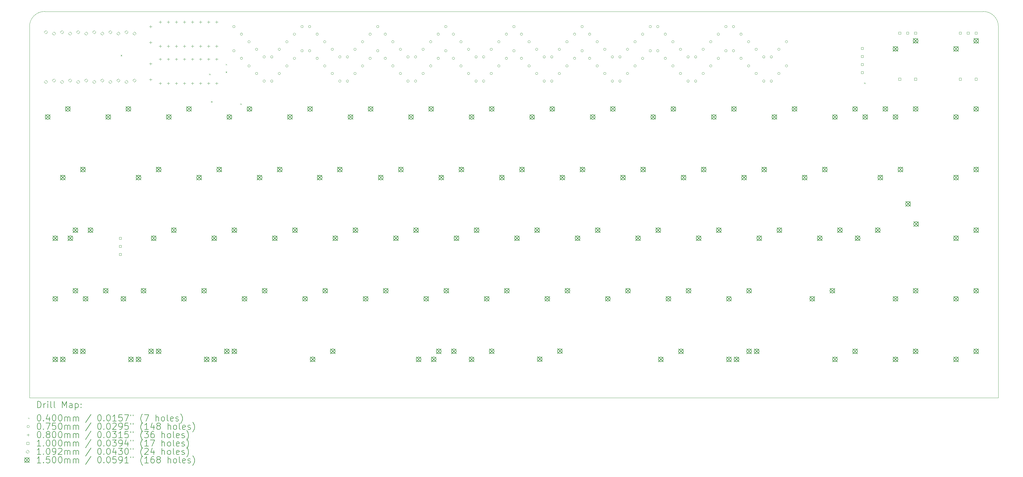
<source format=gbr>
%FSLAX45Y45*%
G04 Gerber Fmt 4.5, Leading zero omitted, Abs format (unit mm)*
G04 Created by KiCad (PCBNEW (6.0.0-0)) date 2022-11-14 08:42:16*
%MOMM*%
%LPD*%
G01*
G04 APERTURE LIST*
%TA.AperFunction,Profile*%
%ADD10C,0.100000*%
%TD*%
%ADD11C,0.200000*%
%ADD12C,0.040000*%
%ADD13C,0.075000*%
%ADD14C,0.080000*%
%ADD15C,0.100000*%
%ADD16C,0.109220*%
%ADD17C,0.150000*%
G04 APERTURE END LIST*
D10*
X5730000Y-3581250D02*
G75*
G03*
X5252500Y-4058750I0J-477500D01*
G01*
X5252500Y-15757500D02*
X35812500Y-15757500D01*
X5252500Y-4058750D02*
X5252500Y-15757500D01*
X35335000Y-3581250D02*
X5730000Y-3581250D01*
X35812500Y-15757500D02*
X35812500Y-4058750D01*
X35812500Y-4058750D02*
G75*
G03*
X35335000Y-3581250I-477500J0D01*
G01*
D11*
D12*
X8129000Y-4947000D02*
X8169000Y-4987000D01*
X8169000Y-4947000D02*
X8129000Y-4987000D01*
X10920000Y-5540000D02*
X10960000Y-5580000D01*
X10960000Y-5540000D02*
X10920000Y-5580000D01*
X10979668Y-6409082D02*
X11019668Y-6449082D01*
X11019668Y-6409082D02*
X10979668Y-6449082D01*
X11440000Y-5232500D02*
X11480000Y-5272500D01*
X11480000Y-5232500D02*
X11440000Y-5272500D01*
X11440000Y-5471250D02*
X11480000Y-5511250D01*
X11480000Y-5471250D02*
X11440000Y-5511250D01*
X11900000Y-6480000D02*
X11940000Y-6520000D01*
X11940000Y-6480000D02*
X11900000Y-6520000D01*
X31580000Y-5820000D02*
X31620000Y-5860000D01*
X31620000Y-5820000D02*
X31580000Y-5860000D01*
D13*
X11736250Y-4058750D02*
G75*
G03*
X11736250Y-4058750I-37500J0D01*
G01*
X11736250Y-4820750D02*
G75*
G03*
X11736250Y-4820750I-37500J0D01*
G01*
X11975000Y-4297500D02*
G75*
G03*
X11975000Y-4297500I-37500J0D01*
G01*
X11975000Y-5059500D02*
G75*
G03*
X11975000Y-5059500I-37500J0D01*
G01*
X12213750Y-4536250D02*
G75*
G03*
X12213750Y-4536250I-37500J0D01*
G01*
X12213750Y-5298250D02*
G75*
G03*
X12213750Y-5298250I-37500J0D01*
G01*
X12452500Y-4775000D02*
G75*
G03*
X12452500Y-4775000I-37500J0D01*
G01*
X12452500Y-5537000D02*
G75*
G03*
X12452500Y-5537000I-37500J0D01*
G01*
X12691250Y-5013750D02*
G75*
G03*
X12691250Y-5013750I-37500J0D01*
G01*
X12691250Y-5775750D02*
G75*
G03*
X12691250Y-5775750I-37500J0D01*
G01*
X12930000Y-5013750D02*
G75*
G03*
X12930000Y-5013750I-37500J0D01*
G01*
X12930000Y-5775750D02*
G75*
G03*
X12930000Y-5775750I-37500J0D01*
G01*
X13168750Y-4775000D02*
G75*
G03*
X13168750Y-4775000I-37500J0D01*
G01*
X13168750Y-5537000D02*
G75*
G03*
X13168750Y-5537000I-37500J0D01*
G01*
X13407500Y-4536250D02*
G75*
G03*
X13407500Y-4536250I-37500J0D01*
G01*
X13407500Y-5298250D02*
G75*
G03*
X13407500Y-5298250I-37500J0D01*
G01*
X13646250Y-4297500D02*
G75*
G03*
X13646250Y-4297500I-37500J0D01*
G01*
X13646250Y-5059500D02*
G75*
G03*
X13646250Y-5059500I-37500J0D01*
G01*
X13885000Y-4058750D02*
G75*
G03*
X13885000Y-4058750I-37500J0D01*
G01*
X13885000Y-4820750D02*
G75*
G03*
X13885000Y-4820750I-37500J0D01*
G01*
X14123750Y-4058750D02*
G75*
G03*
X14123750Y-4058750I-37500J0D01*
G01*
X14123750Y-4820750D02*
G75*
G03*
X14123750Y-4820750I-37500J0D01*
G01*
X14362500Y-4297500D02*
G75*
G03*
X14362500Y-4297500I-37500J0D01*
G01*
X14362500Y-5059500D02*
G75*
G03*
X14362500Y-5059500I-37500J0D01*
G01*
X14601250Y-4536250D02*
G75*
G03*
X14601250Y-4536250I-37500J0D01*
G01*
X14601250Y-5298250D02*
G75*
G03*
X14601250Y-5298250I-37500J0D01*
G01*
X14840000Y-4775000D02*
G75*
G03*
X14840000Y-4775000I-37500J0D01*
G01*
X14840000Y-5537000D02*
G75*
G03*
X14840000Y-5537000I-37500J0D01*
G01*
X15078750Y-5013750D02*
G75*
G03*
X15078750Y-5013750I-37500J0D01*
G01*
X15078750Y-5775750D02*
G75*
G03*
X15078750Y-5775750I-37500J0D01*
G01*
X15317500Y-5013750D02*
G75*
G03*
X15317500Y-5013750I-37500J0D01*
G01*
X15317500Y-5775750D02*
G75*
G03*
X15317500Y-5775750I-37500J0D01*
G01*
X15556250Y-4775000D02*
G75*
G03*
X15556250Y-4775000I-37500J0D01*
G01*
X15556250Y-5537000D02*
G75*
G03*
X15556250Y-5537000I-37500J0D01*
G01*
X15795000Y-4536250D02*
G75*
G03*
X15795000Y-4536250I-37500J0D01*
G01*
X15795000Y-5298250D02*
G75*
G03*
X15795000Y-5298250I-37500J0D01*
G01*
X16033750Y-4297500D02*
G75*
G03*
X16033750Y-4297500I-37500J0D01*
G01*
X16033750Y-5059500D02*
G75*
G03*
X16033750Y-5059500I-37500J0D01*
G01*
X16272500Y-4058750D02*
G75*
G03*
X16272500Y-4058750I-37500J0D01*
G01*
X16272500Y-4820750D02*
G75*
G03*
X16272500Y-4820750I-37500J0D01*
G01*
X16511250Y-4297500D02*
G75*
G03*
X16511250Y-4297500I-37500J0D01*
G01*
X16511250Y-5059500D02*
G75*
G03*
X16511250Y-5059500I-37500J0D01*
G01*
X16750000Y-4536250D02*
G75*
G03*
X16750000Y-4536250I-37500J0D01*
G01*
X16750000Y-5298250D02*
G75*
G03*
X16750000Y-5298250I-37500J0D01*
G01*
X16988750Y-4775000D02*
G75*
G03*
X16988750Y-4775000I-37500J0D01*
G01*
X16988750Y-5537000D02*
G75*
G03*
X16988750Y-5537000I-37500J0D01*
G01*
X17227500Y-5013750D02*
G75*
G03*
X17227500Y-5013750I-37500J0D01*
G01*
X17227500Y-5775750D02*
G75*
G03*
X17227500Y-5775750I-37500J0D01*
G01*
X17466250Y-5013750D02*
G75*
G03*
X17466250Y-5013750I-37500J0D01*
G01*
X17466250Y-5775750D02*
G75*
G03*
X17466250Y-5775750I-37500J0D01*
G01*
X17705000Y-4775000D02*
G75*
G03*
X17705000Y-4775000I-37500J0D01*
G01*
X17705000Y-5537000D02*
G75*
G03*
X17705000Y-5537000I-37500J0D01*
G01*
X17943750Y-4536250D02*
G75*
G03*
X17943750Y-4536250I-37500J0D01*
G01*
X17943750Y-5298250D02*
G75*
G03*
X17943750Y-5298250I-37500J0D01*
G01*
X18182500Y-4297500D02*
G75*
G03*
X18182500Y-4297500I-37500J0D01*
G01*
X18182500Y-5059500D02*
G75*
G03*
X18182500Y-5059500I-37500J0D01*
G01*
X18421250Y-4058750D02*
G75*
G03*
X18421250Y-4058750I-37500J0D01*
G01*
X18421250Y-4820750D02*
G75*
G03*
X18421250Y-4820750I-37500J0D01*
G01*
X18660000Y-4297500D02*
G75*
G03*
X18660000Y-4297500I-37500J0D01*
G01*
X18660000Y-5059500D02*
G75*
G03*
X18660000Y-5059500I-37500J0D01*
G01*
X18898750Y-4536250D02*
G75*
G03*
X18898750Y-4536250I-37500J0D01*
G01*
X18898750Y-5298250D02*
G75*
G03*
X18898750Y-5298250I-37500J0D01*
G01*
X19137500Y-4775000D02*
G75*
G03*
X19137500Y-4775000I-37500J0D01*
G01*
X19137500Y-5537000D02*
G75*
G03*
X19137500Y-5537000I-37500J0D01*
G01*
X19376250Y-5013750D02*
G75*
G03*
X19376250Y-5013750I-37500J0D01*
G01*
X19376250Y-5775750D02*
G75*
G03*
X19376250Y-5775750I-37500J0D01*
G01*
X19615000Y-5013750D02*
G75*
G03*
X19615000Y-5013750I-37500J0D01*
G01*
X19615000Y-5775750D02*
G75*
G03*
X19615000Y-5775750I-37500J0D01*
G01*
X19853750Y-4775000D02*
G75*
G03*
X19853750Y-4775000I-37500J0D01*
G01*
X19853750Y-5537000D02*
G75*
G03*
X19853750Y-5537000I-37500J0D01*
G01*
X20092500Y-4536250D02*
G75*
G03*
X20092500Y-4536250I-37500J0D01*
G01*
X20092500Y-5298250D02*
G75*
G03*
X20092500Y-5298250I-37500J0D01*
G01*
X20331250Y-4297500D02*
G75*
G03*
X20331250Y-4297500I-37500J0D01*
G01*
X20331250Y-5059500D02*
G75*
G03*
X20331250Y-5059500I-37500J0D01*
G01*
X20570000Y-4058750D02*
G75*
G03*
X20570000Y-4058750I-37500J0D01*
G01*
X20570000Y-4820750D02*
G75*
G03*
X20570000Y-4820750I-37500J0D01*
G01*
X20808750Y-4297500D02*
G75*
G03*
X20808750Y-4297500I-37500J0D01*
G01*
X20808750Y-5059500D02*
G75*
G03*
X20808750Y-5059500I-37500J0D01*
G01*
X21047500Y-4536250D02*
G75*
G03*
X21047500Y-4536250I-37500J0D01*
G01*
X21047500Y-5298250D02*
G75*
G03*
X21047500Y-5298250I-37500J0D01*
G01*
X21286250Y-4775000D02*
G75*
G03*
X21286250Y-4775000I-37500J0D01*
G01*
X21286250Y-5537000D02*
G75*
G03*
X21286250Y-5537000I-37500J0D01*
G01*
X21525000Y-5013750D02*
G75*
G03*
X21525000Y-5013750I-37500J0D01*
G01*
X21525000Y-5775750D02*
G75*
G03*
X21525000Y-5775750I-37500J0D01*
G01*
X21763750Y-5013750D02*
G75*
G03*
X21763750Y-5013750I-37500J0D01*
G01*
X21763750Y-5775750D02*
G75*
G03*
X21763750Y-5775750I-37500J0D01*
G01*
X22002500Y-4775000D02*
G75*
G03*
X22002500Y-4775000I-37500J0D01*
G01*
X22002500Y-5537000D02*
G75*
G03*
X22002500Y-5537000I-37500J0D01*
G01*
X22241250Y-4536250D02*
G75*
G03*
X22241250Y-4536250I-37500J0D01*
G01*
X22241250Y-5298250D02*
G75*
G03*
X22241250Y-5298250I-37500J0D01*
G01*
X22480000Y-4297500D02*
G75*
G03*
X22480000Y-4297500I-37500J0D01*
G01*
X22480000Y-5059500D02*
G75*
G03*
X22480000Y-5059500I-37500J0D01*
G01*
X22718750Y-4058750D02*
G75*
G03*
X22718750Y-4058750I-37500J0D01*
G01*
X22718750Y-4820750D02*
G75*
G03*
X22718750Y-4820750I-37500J0D01*
G01*
X22957500Y-4297500D02*
G75*
G03*
X22957500Y-4297500I-37500J0D01*
G01*
X22957500Y-5059500D02*
G75*
G03*
X22957500Y-5059500I-37500J0D01*
G01*
X23196250Y-4536250D02*
G75*
G03*
X23196250Y-4536250I-37500J0D01*
G01*
X23196250Y-5298250D02*
G75*
G03*
X23196250Y-5298250I-37500J0D01*
G01*
X23435000Y-4775000D02*
G75*
G03*
X23435000Y-4775000I-37500J0D01*
G01*
X23435000Y-5537000D02*
G75*
G03*
X23435000Y-5537000I-37500J0D01*
G01*
X23673750Y-5013750D02*
G75*
G03*
X23673750Y-5013750I-37500J0D01*
G01*
X23673750Y-5775750D02*
G75*
G03*
X23673750Y-5775750I-37500J0D01*
G01*
X23912500Y-5013750D02*
G75*
G03*
X23912500Y-5013750I-37500J0D01*
G01*
X23912500Y-5775750D02*
G75*
G03*
X23912500Y-5775750I-37500J0D01*
G01*
X24151250Y-4775000D02*
G75*
G03*
X24151250Y-4775000I-37500J0D01*
G01*
X24151250Y-5537000D02*
G75*
G03*
X24151250Y-5537000I-37500J0D01*
G01*
X24390000Y-4536250D02*
G75*
G03*
X24390000Y-4536250I-37500J0D01*
G01*
X24390000Y-5298250D02*
G75*
G03*
X24390000Y-5298250I-37500J0D01*
G01*
X24628750Y-4297500D02*
G75*
G03*
X24628750Y-4297500I-37500J0D01*
G01*
X24628750Y-5059500D02*
G75*
G03*
X24628750Y-5059500I-37500J0D01*
G01*
X24867500Y-4058750D02*
G75*
G03*
X24867500Y-4058750I-37500J0D01*
G01*
X24867500Y-4820750D02*
G75*
G03*
X24867500Y-4820750I-37500J0D01*
G01*
X25106250Y-4058750D02*
G75*
G03*
X25106250Y-4058750I-37500J0D01*
G01*
X25106250Y-4820750D02*
G75*
G03*
X25106250Y-4820750I-37500J0D01*
G01*
X25345000Y-4297500D02*
G75*
G03*
X25345000Y-4297500I-37500J0D01*
G01*
X25345000Y-5059500D02*
G75*
G03*
X25345000Y-5059500I-37500J0D01*
G01*
X25583750Y-4536250D02*
G75*
G03*
X25583750Y-4536250I-37500J0D01*
G01*
X25583750Y-5298250D02*
G75*
G03*
X25583750Y-5298250I-37500J0D01*
G01*
X25822500Y-4775000D02*
G75*
G03*
X25822500Y-4775000I-37500J0D01*
G01*
X25822500Y-5537000D02*
G75*
G03*
X25822500Y-5537000I-37500J0D01*
G01*
X26061250Y-5013750D02*
G75*
G03*
X26061250Y-5013750I-37500J0D01*
G01*
X26061250Y-5775750D02*
G75*
G03*
X26061250Y-5775750I-37500J0D01*
G01*
X26300000Y-5013750D02*
G75*
G03*
X26300000Y-5013750I-37500J0D01*
G01*
X26300000Y-5775750D02*
G75*
G03*
X26300000Y-5775750I-37500J0D01*
G01*
X26538750Y-4775000D02*
G75*
G03*
X26538750Y-4775000I-37500J0D01*
G01*
X26538750Y-5537000D02*
G75*
G03*
X26538750Y-5537000I-37500J0D01*
G01*
X26777500Y-4536250D02*
G75*
G03*
X26777500Y-4536250I-37500J0D01*
G01*
X26777500Y-5298250D02*
G75*
G03*
X26777500Y-5298250I-37500J0D01*
G01*
X27016250Y-4297500D02*
G75*
G03*
X27016250Y-4297500I-37500J0D01*
G01*
X27016250Y-5059500D02*
G75*
G03*
X27016250Y-5059500I-37500J0D01*
G01*
X27255000Y-4058750D02*
G75*
G03*
X27255000Y-4058750I-37500J0D01*
G01*
X27255000Y-4820750D02*
G75*
G03*
X27255000Y-4820750I-37500J0D01*
G01*
X27493750Y-4058750D02*
G75*
G03*
X27493750Y-4058750I-37500J0D01*
G01*
X27493750Y-4820750D02*
G75*
G03*
X27493750Y-4820750I-37500J0D01*
G01*
X27732500Y-4297500D02*
G75*
G03*
X27732500Y-4297500I-37500J0D01*
G01*
X27732500Y-5059500D02*
G75*
G03*
X27732500Y-5059500I-37500J0D01*
G01*
X27971250Y-4536250D02*
G75*
G03*
X27971250Y-4536250I-37500J0D01*
G01*
X27971250Y-5298250D02*
G75*
G03*
X27971250Y-5298250I-37500J0D01*
G01*
X28210000Y-4775000D02*
G75*
G03*
X28210000Y-4775000I-37500J0D01*
G01*
X28210000Y-5537000D02*
G75*
G03*
X28210000Y-5537000I-37500J0D01*
G01*
X28448750Y-5013750D02*
G75*
G03*
X28448750Y-5013750I-37500J0D01*
G01*
X28448750Y-5775750D02*
G75*
G03*
X28448750Y-5775750I-37500J0D01*
G01*
X28687500Y-5013750D02*
G75*
G03*
X28687500Y-5013750I-37500J0D01*
G01*
X28687500Y-5775750D02*
G75*
G03*
X28687500Y-5775750I-37500J0D01*
G01*
X28926250Y-4775000D02*
G75*
G03*
X28926250Y-4775000I-37500J0D01*
G01*
X28926250Y-5537000D02*
G75*
G03*
X28926250Y-5537000I-37500J0D01*
G01*
X29165000Y-4536250D02*
G75*
G03*
X29165000Y-4536250I-37500J0D01*
G01*
X29165000Y-5298250D02*
G75*
G03*
X29165000Y-5298250I-37500J0D01*
G01*
D14*
X9072500Y-4018750D02*
X9072500Y-4098750D01*
X9032500Y-4058750D02*
X9112500Y-4058750D01*
X9072500Y-4518750D02*
X9072500Y-4598750D01*
X9032500Y-4558750D02*
X9112500Y-4558750D01*
X9072500Y-5190000D02*
X9072500Y-5270000D01*
X9032500Y-5230000D02*
X9112500Y-5230000D01*
X9072500Y-5690000D02*
X9072500Y-5770000D01*
X9032500Y-5730000D02*
X9112500Y-5730000D01*
X9376250Y-3875500D02*
X9376250Y-3955500D01*
X9336250Y-3915500D02*
X9416250Y-3915500D01*
X9376250Y-4637500D02*
X9376250Y-4717500D01*
X9336250Y-4677500D02*
X9416250Y-4677500D01*
X9376250Y-5046750D02*
X9376250Y-5126750D01*
X9336250Y-5086750D02*
X9416250Y-5086750D01*
X9376250Y-5808750D02*
X9376250Y-5888750D01*
X9336250Y-5848750D02*
X9416250Y-5848750D01*
X9630250Y-3875500D02*
X9630250Y-3955500D01*
X9590250Y-3915500D02*
X9670250Y-3915500D01*
X9630250Y-4637500D02*
X9630250Y-4717500D01*
X9590250Y-4677500D02*
X9670250Y-4677500D01*
X9630250Y-5046750D02*
X9630250Y-5126750D01*
X9590250Y-5086750D02*
X9670250Y-5086750D01*
X9630250Y-5808750D02*
X9630250Y-5888750D01*
X9590250Y-5848750D02*
X9670250Y-5848750D01*
X9884250Y-3875500D02*
X9884250Y-3955500D01*
X9844250Y-3915500D02*
X9924250Y-3915500D01*
X9884250Y-4637500D02*
X9884250Y-4717500D01*
X9844250Y-4677500D02*
X9924250Y-4677500D01*
X9884250Y-5046750D02*
X9884250Y-5126750D01*
X9844250Y-5086750D02*
X9924250Y-5086750D01*
X9884250Y-5808750D02*
X9884250Y-5888750D01*
X9844250Y-5848750D02*
X9924250Y-5848750D01*
X10138250Y-3875500D02*
X10138250Y-3955500D01*
X10098250Y-3915500D02*
X10178250Y-3915500D01*
X10138250Y-4637500D02*
X10138250Y-4717500D01*
X10098250Y-4677500D02*
X10178250Y-4677500D01*
X10138250Y-5046750D02*
X10138250Y-5126750D01*
X10098250Y-5086750D02*
X10178250Y-5086750D01*
X10138250Y-5808750D02*
X10138250Y-5888750D01*
X10098250Y-5848750D02*
X10178250Y-5848750D01*
X10392250Y-3875500D02*
X10392250Y-3955500D01*
X10352250Y-3915500D02*
X10432250Y-3915500D01*
X10392250Y-4637500D02*
X10392250Y-4717500D01*
X10352250Y-4677500D02*
X10432250Y-4677500D01*
X10392250Y-5046750D02*
X10392250Y-5126750D01*
X10352250Y-5086750D02*
X10432250Y-5086750D01*
X10392250Y-5808750D02*
X10392250Y-5888750D01*
X10352250Y-5848750D02*
X10432250Y-5848750D01*
X10646250Y-3875500D02*
X10646250Y-3955500D01*
X10606250Y-3915500D02*
X10686250Y-3915500D01*
X10646250Y-4637500D02*
X10646250Y-4717500D01*
X10606250Y-4677500D02*
X10686250Y-4677500D01*
X10646250Y-5046750D02*
X10646250Y-5126750D01*
X10606250Y-5086750D02*
X10686250Y-5086750D01*
X10646250Y-5808750D02*
X10646250Y-5888750D01*
X10606250Y-5848750D02*
X10686250Y-5848750D01*
X10900250Y-3875500D02*
X10900250Y-3955500D01*
X10860250Y-3915500D02*
X10940250Y-3915500D01*
X10900250Y-4637500D02*
X10900250Y-4717500D01*
X10860250Y-4677500D02*
X10940250Y-4677500D01*
X10900250Y-5046750D02*
X10900250Y-5126750D01*
X10860250Y-5086750D02*
X10940250Y-5086750D01*
X10900250Y-5808750D02*
X10900250Y-5888750D01*
X10860250Y-5848750D02*
X10940250Y-5848750D01*
X11154250Y-3875500D02*
X11154250Y-3955500D01*
X11114250Y-3915500D02*
X11194250Y-3915500D01*
X11154250Y-4637500D02*
X11154250Y-4717500D01*
X11114250Y-4677500D02*
X11194250Y-4677500D01*
X11154250Y-5046750D02*
X11154250Y-5126750D01*
X11114250Y-5086750D02*
X11194250Y-5086750D01*
X11154250Y-5808750D02*
X11154250Y-5888750D01*
X11114250Y-5848750D02*
X11194250Y-5848750D01*
D15*
X8152856Y-10763856D02*
X8152856Y-10693144D01*
X8082144Y-10693144D01*
X8082144Y-10763856D01*
X8152856Y-10763856D01*
X8152856Y-11017856D02*
X8152856Y-10947144D01*
X8082144Y-10947144D01*
X8082144Y-11017856D01*
X8152856Y-11017856D01*
X8152856Y-11271856D02*
X8152856Y-11201144D01*
X8082144Y-11201144D01*
X8082144Y-11271856D01*
X8152856Y-11271856D01*
X31552856Y-4779856D02*
X31552856Y-4709144D01*
X31482144Y-4709144D01*
X31482144Y-4779856D01*
X31552856Y-4779856D01*
X31552856Y-5033856D02*
X31552856Y-4963144D01*
X31482144Y-4963144D01*
X31482144Y-5033856D01*
X31552856Y-5033856D01*
X31552856Y-5287856D02*
X31552856Y-5217144D01*
X31482144Y-5217144D01*
X31482144Y-5287856D01*
X31552856Y-5287856D01*
X31552856Y-5541856D02*
X31552856Y-5471144D01*
X31482144Y-5471144D01*
X31482144Y-5541856D01*
X31552856Y-5541856D01*
X32732856Y-4299106D02*
X32732856Y-4228394D01*
X32662144Y-4228394D01*
X32662144Y-4299106D01*
X32732856Y-4299106D01*
X32732856Y-5749106D02*
X32732856Y-5678394D01*
X32662144Y-5678394D01*
X32662144Y-5749106D01*
X32732856Y-5749106D01*
X32982856Y-4299106D02*
X32982856Y-4228394D01*
X32912144Y-4228394D01*
X32912144Y-4299106D01*
X32982856Y-4299106D01*
X33232856Y-4299106D02*
X33232856Y-4228394D01*
X33162144Y-4228394D01*
X33162144Y-4299106D01*
X33232856Y-4299106D01*
X33232856Y-5749106D02*
X33232856Y-5678394D01*
X33162144Y-5678394D01*
X33162144Y-5749106D01*
X33232856Y-5749106D01*
X34642856Y-4299106D02*
X34642856Y-4228394D01*
X34572144Y-4228394D01*
X34572144Y-4299106D01*
X34642856Y-4299106D01*
X34642856Y-5749106D02*
X34642856Y-5678394D01*
X34572144Y-5678394D01*
X34572144Y-5749106D01*
X34642856Y-5749106D01*
X34892856Y-4299106D02*
X34892856Y-4228394D01*
X34822144Y-4228394D01*
X34822144Y-4299106D01*
X34892856Y-4299106D01*
X35142856Y-4299106D02*
X35142856Y-4228394D01*
X35072144Y-4228394D01*
X35072144Y-4299106D01*
X35142856Y-4299106D01*
X35142856Y-5749106D02*
X35142856Y-5678394D01*
X35072144Y-5678394D01*
X35072144Y-5749106D01*
X35142856Y-5749106D01*
D16*
X5765500Y-4283500D02*
X5820110Y-4228890D01*
X5765500Y-4174280D01*
X5710890Y-4228890D01*
X5765500Y-4283500D01*
X5765500Y-5853220D02*
X5820110Y-5798610D01*
X5765500Y-5744000D01*
X5710890Y-5798610D01*
X5765500Y-5853220D01*
X6019500Y-4329220D02*
X6074110Y-4274610D01*
X6019500Y-4220000D01*
X5964890Y-4274610D01*
X6019500Y-4329220D01*
X6019500Y-5807500D02*
X6074110Y-5752890D01*
X6019500Y-5698280D01*
X5964890Y-5752890D01*
X6019500Y-5807500D01*
X6273500Y-4283500D02*
X6328110Y-4228890D01*
X6273500Y-4174280D01*
X6218890Y-4228890D01*
X6273500Y-4283500D01*
X6273500Y-5853220D02*
X6328110Y-5798610D01*
X6273500Y-5744000D01*
X6218890Y-5798610D01*
X6273500Y-5853220D01*
X6527500Y-4329220D02*
X6582110Y-4274610D01*
X6527500Y-4220000D01*
X6472890Y-4274610D01*
X6527500Y-4329220D01*
X6527500Y-5807500D02*
X6582110Y-5752890D01*
X6527500Y-5698280D01*
X6472890Y-5752890D01*
X6527500Y-5807500D01*
X6781500Y-4283500D02*
X6836110Y-4228890D01*
X6781500Y-4174280D01*
X6726890Y-4228890D01*
X6781500Y-4283500D01*
X6781500Y-5853220D02*
X6836110Y-5798610D01*
X6781500Y-5744000D01*
X6726890Y-5798610D01*
X6781500Y-5853220D01*
X7035500Y-4329220D02*
X7090110Y-4274610D01*
X7035500Y-4220000D01*
X6980890Y-4274610D01*
X7035500Y-4329220D01*
X7035500Y-5807500D02*
X7090110Y-5752890D01*
X7035500Y-5698280D01*
X6980890Y-5752890D01*
X7035500Y-5807500D01*
X7289500Y-4283500D02*
X7344110Y-4228890D01*
X7289500Y-4174280D01*
X7234890Y-4228890D01*
X7289500Y-4283500D01*
X7289500Y-5853220D02*
X7344110Y-5798610D01*
X7289500Y-5744000D01*
X7234890Y-5798610D01*
X7289500Y-5853220D01*
X7543500Y-4329220D02*
X7598110Y-4274610D01*
X7543500Y-4220000D01*
X7488890Y-4274610D01*
X7543500Y-4329220D01*
X7543500Y-5807500D02*
X7598110Y-5752890D01*
X7543500Y-5698280D01*
X7488890Y-5752890D01*
X7543500Y-5807500D01*
X7797500Y-4283500D02*
X7852110Y-4228890D01*
X7797500Y-4174280D01*
X7742890Y-4228890D01*
X7797500Y-4283500D01*
X7797500Y-5853220D02*
X7852110Y-5798610D01*
X7797500Y-5744000D01*
X7742890Y-5798610D01*
X7797500Y-5853220D01*
X8051500Y-4329220D02*
X8106110Y-4274610D01*
X8051500Y-4220000D01*
X7996890Y-4274610D01*
X8051500Y-4329220D01*
X8051500Y-5807500D02*
X8106110Y-5752890D01*
X8051500Y-5698280D01*
X7996890Y-5752890D01*
X8051500Y-5807500D01*
X8305500Y-4283500D02*
X8360110Y-4228890D01*
X8305500Y-4174280D01*
X8250890Y-4228890D01*
X8305500Y-4283500D01*
X8305500Y-5853220D02*
X8360110Y-5798610D01*
X8305500Y-5744000D01*
X8250890Y-5798610D01*
X8305500Y-5853220D01*
X8559500Y-4329220D02*
X8614110Y-4274610D01*
X8559500Y-4220000D01*
X8504890Y-4274610D01*
X8559500Y-4329220D01*
X8559500Y-5807500D02*
X8614110Y-5752890D01*
X8559500Y-5698280D01*
X8504890Y-5752890D01*
X8559500Y-5807500D01*
D17*
X5751500Y-6833500D02*
X5901500Y-6983500D01*
X5901500Y-6833500D02*
X5751500Y-6983500D01*
X5901500Y-6908500D02*
G75*
G03*
X5901500Y-6908500I-75000J0D01*
G01*
X5990250Y-10653500D02*
X6140250Y-10803500D01*
X6140250Y-10653500D02*
X5990250Y-10803500D01*
X6140250Y-10728500D02*
G75*
G03*
X6140250Y-10728500I-75000J0D01*
G01*
X5990250Y-12563500D02*
X6140250Y-12713500D01*
X6140250Y-12563500D02*
X5990250Y-12713500D01*
X6140250Y-12638500D02*
G75*
G03*
X6140250Y-12638500I-75000J0D01*
G01*
X5990250Y-14473500D02*
X6140250Y-14623500D01*
X6140250Y-14473500D02*
X5990250Y-14623500D01*
X6140250Y-14548500D02*
G75*
G03*
X6140250Y-14548500I-75000J0D01*
G01*
X6229000Y-8743500D02*
X6379000Y-8893500D01*
X6379000Y-8743500D02*
X6229000Y-8893500D01*
X6379000Y-8818500D02*
G75*
G03*
X6379000Y-8818500I-75000J0D01*
G01*
X6229000Y-14473500D02*
X6379000Y-14623500D01*
X6379000Y-14473500D02*
X6229000Y-14623500D01*
X6379000Y-14548500D02*
G75*
G03*
X6379000Y-14548500I-75000J0D01*
G01*
X6386500Y-6579500D02*
X6536500Y-6729500D01*
X6536500Y-6579500D02*
X6386500Y-6729500D01*
X6536500Y-6654500D02*
G75*
G03*
X6536500Y-6654500I-75000J0D01*
G01*
X6467750Y-10653500D02*
X6617750Y-10803500D01*
X6617750Y-10653500D02*
X6467750Y-10803500D01*
X6617750Y-10728500D02*
G75*
G03*
X6617750Y-10728500I-75000J0D01*
G01*
X6625250Y-10399500D02*
X6775250Y-10549500D01*
X6775250Y-10399500D02*
X6625250Y-10549500D01*
X6775250Y-10474500D02*
G75*
G03*
X6775250Y-10474500I-75000J0D01*
G01*
X6625250Y-12309500D02*
X6775250Y-12459500D01*
X6775250Y-12309500D02*
X6625250Y-12459500D01*
X6775250Y-12384500D02*
G75*
G03*
X6775250Y-12384500I-75000J0D01*
G01*
X6625250Y-14219500D02*
X6775250Y-14369500D01*
X6775250Y-14219500D02*
X6625250Y-14369500D01*
X6775250Y-14294500D02*
G75*
G03*
X6775250Y-14294500I-75000J0D01*
G01*
X6864000Y-8489500D02*
X7014000Y-8639500D01*
X7014000Y-8489500D02*
X6864000Y-8639500D01*
X7014000Y-8564500D02*
G75*
G03*
X7014000Y-8564500I-75000J0D01*
G01*
X6864000Y-14219500D02*
X7014000Y-14369500D01*
X7014000Y-14219500D02*
X6864000Y-14369500D01*
X7014000Y-14294500D02*
G75*
G03*
X7014000Y-14294500I-75000J0D01*
G01*
X6945250Y-12563500D02*
X7095250Y-12713500D01*
X7095250Y-12563500D02*
X6945250Y-12713500D01*
X7095250Y-12638500D02*
G75*
G03*
X7095250Y-12638500I-75000J0D01*
G01*
X7102750Y-10399500D02*
X7252750Y-10549500D01*
X7252750Y-10399500D02*
X7102750Y-10549500D01*
X7252750Y-10474500D02*
G75*
G03*
X7252750Y-10474500I-75000J0D01*
G01*
X7580250Y-12309500D02*
X7730250Y-12459500D01*
X7730250Y-12309500D02*
X7580250Y-12459500D01*
X7730250Y-12384500D02*
G75*
G03*
X7730250Y-12384500I-75000J0D01*
G01*
X7661500Y-6833500D02*
X7811500Y-6983500D01*
X7811500Y-6833500D02*
X7661500Y-6983500D01*
X7811500Y-6908500D02*
G75*
G03*
X7811500Y-6908500I-75000J0D01*
G01*
X8139000Y-12563500D02*
X8289000Y-12713500D01*
X8289000Y-12563500D02*
X8139000Y-12713500D01*
X8289000Y-12638500D02*
G75*
G03*
X8289000Y-12638500I-75000J0D01*
G01*
X8296500Y-6579500D02*
X8446500Y-6729500D01*
X8446500Y-6579500D02*
X8296500Y-6729500D01*
X8446500Y-6654500D02*
G75*
G03*
X8446500Y-6654500I-75000J0D01*
G01*
X8377750Y-14473500D02*
X8527750Y-14623500D01*
X8527750Y-14473500D02*
X8377750Y-14623500D01*
X8527750Y-14548500D02*
G75*
G03*
X8527750Y-14548500I-75000J0D01*
G01*
X8616500Y-8743500D02*
X8766500Y-8893500D01*
X8766500Y-8743500D02*
X8616500Y-8893500D01*
X8766500Y-8818500D02*
G75*
G03*
X8766500Y-8818500I-75000J0D01*
G01*
X8616500Y-14473500D02*
X8766500Y-14623500D01*
X8766500Y-14473500D02*
X8616500Y-14623500D01*
X8766500Y-14548500D02*
G75*
G03*
X8766500Y-14548500I-75000J0D01*
G01*
X8774000Y-12309500D02*
X8924000Y-12459500D01*
X8924000Y-12309500D02*
X8774000Y-12459500D01*
X8924000Y-12384500D02*
G75*
G03*
X8924000Y-12384500I-75000J0D01*
G01*
X9012750Y-14219500D02*
X9162750Y-14369500D01*
X9162750Y-14219500D02*
X9012750Y-14369500D01*
X9162750Y-14294500D02*
G75*
G03*
X9162750Y-14294500I-75000J0D01*
G01*
X9094000Y-10653500D02*
X9244000Y-10803500D01*
X9244000Y-10653500D02*
X9094000Y-10803500D01*
X9244000Y-10728500D02*
G75*
G03*
X9244000Y-10728500I-75000J0D01*
G01*
X9251500Y-8489500D02*
X9401500Y-8639500D01*
X9401500Y-8489500D02*
X9251500Y-8639500D01*
X9401500Y-8564500D02*
G75*
G03*
X9401500Y-8564500I-75000J0D01*
G01*
X9251500Y-14219500D02*
X9401500Y-14369500D01*
X9401500Y-14219500D02*
X9251500Y-14369500D01*
X9401500Y-14294500D02*
G75*
G03*
X9401500Y-14294500I-75000J0D01*
G01*
X9571500Y-6833500D02*
X9721500Y-6983500D01*
X9721500Y-6833500D02*
X9571500Y-6983500D01*
X9721500Y-6908500D02*
G75*
G03*
X9721500Y-6908500I-75000J0D01*
G01*
X9729000Y-10399500D02*
X9879000Y-10549500D01*
X9879000Y-10399500D02*
X9729000Y-10549500D01*
X9879000Y-10474500D02*
G75*
G03*
X9879000Y-10474500I-75000J0D01*
G01*
X10049000Y-12563500D02*
X10199000Y-12713500D01*
X10199000Y-12563500D02*
X10049000Y-12713500D01*
X10199000Y-12638500D02*
G75*
G03*
X10199000Y-12638500I-75000J0D01*
G01*
X10206500Y-6579500D02*
X10356500Y-6729500D01*
X10356500Y-6579500D02*
X10206500Y-6729500D01*
X10356500Y-6654500D02*
G75*
G03*
X10356500Y-6654500I-75000J0D01*
G01*
X10526500Y-8743500D02*
X10676500Y-8893500D01*
X10676500Y-8743500D02*
X10526500Y-8893500D01*
X10676500Y-8818500D02*
G75*
G03*
X10676500Y-8818500I-75000J0D01*
G01*
X10684000Y-12309500D02*
X10834000Y-12459500D01*
X10834000Y-12309500D02*
X10684000Y-12459500D01*
X10834000Y-12384500D02*
G75*
G03*
X10834000Y-12384500I-75000J0D01*
G01*
X10765875Y-14473500D02*
X10915875Y-14623500D01*
X10915875Y-14473500D02*
X10765875Y-14623500D01*
X10915875Y-14548500D02*
G75*
G03*
X10915875Y-14548500I-75000J0D01*
G01*
X11004000Y-10653500D02*
X11154000Y-10803500D01*
X11154000Y-10653500D02*
X11004000Y-10803500D01*
X11154000Y-10728500D02*
G75*
G03*
X11154000Y-10728500I-75000J0D01*
G01*
X11004000Y-14473500D02*
X11154000Y-14623500D01*
X11154000Y-14473500D02*
X11004000Y-14623500D01*
X11154000Y-14548500D02*
G75*
G03*
X11154000Y-14548500I-75000J0D01*
G01*
X11161500Y-8489500D02*
X11311500Y-8639500D01*
X11311500Y-8489500D02*
X11161500Y-8639500D01*
X11311500Y-8564500D02*
G75*
G03*
X11311500Y-8564500I-75000J0D01*
G01*
X11400875Y-14219500D02*
X11550875Y-14369500D01*
X11550875Y-14219500D02*
X11400875Y-14369500D01*
X11550875Y-14294500D02*
G75*
G03*
X11550875Y-14294500I-75000J0D01*
G01*
X11481500Y-6833500D02*
X11631500Y-6983500D01*
X11631500Y-6833500D02*
X11481500Y-6983500D01*
X11631500Y-6908500D02*
G75*
G03*
X11631500Y-6908500I-75000J0D01*
G01*
X11639000Y-10399500D02*
X11789000Y-10549500D01*
X11789000Y-10399500D02*
X11639000Y-10549500D01*
X11789000Y-10474500D02*
G75*
G03*
X11789000Y-10474500I-75000J0D01*
G01*
X11639000Y-14219500D02*
X11789000Y-14369500D01*
X11789000Y-14219500D02*
X11639000Y-14369500D01*
X11789000Y-14294500D02*
G75*
G03*
X11789000Y-14294500I-75000J0D01*
G01*
X11959000Y-12563500D02*
X12109000Y-12713500D01*
X12109000Y-12563500D02*
X11959000Y-12713500D01*
X12109000Y-12638500D02*
G75*
G03*
X12109000Y-12638500I-75000J0D01*
G01*
X12116500Y-6579500D02*
X12266500Y-6729500D01*
X12266500Y-6579500D02*
X12116500Y-6729500D01*
X12266500Y-6654500D02*
G75*
G03*
X12266500Y-6654500I-75000J0D01*
G01*
X12436500Y-8743500D02*
X12586500Y-8893500D01*
X12586500Y-8743500D02*
X12436500Y-8893500D01*
X12586500Y-8818500D02*
G75*
G03*
X12586500Y-8818500I-75000J0D01*
G01*
X12594000Y-12309500D02*
X12744000Y-12459500D01*
X12744000Y-12309500D02*
X12594000Y-12459500D01*
X12744000Y-12384500D02*
G75*
G03*
X12744000Y-12384500I-75000J0D01*
G01*
X12914000Y-10653500D02*
X13064000Y-10803500D01*
X13064000Y-10653500D02*
X12914000Y-10803500D01*
X13064000Y-10728500D02*
G75*
G03*
X13064000Y-10728500I-75000J0D01*
G01*
X13071500Y-8489500D02*
X13221500Y-8639500D01*
X13221500Y-8489500D02*
X13071500Y-8639500D01*
X13221500Y-8564500D02*
G75*
G03*
X13221500Y-8564500I-75000J0D01*
G01*
X13391500Y-6833500D02*
X13541500Y-6983500D01*
X13541500Y-6833500D02*
X13391500Y-6983500D01*
X13541500Y-6908500D02*
G75*
G03*
X13541500Y-6908500I-75000J0D01*
G01*
X13549000Y-10399500D02*
X13699000Y-10549500D01*
X13699000Y-10399500D02*
X13549000Y-10549500D01*
X13699000Y-10474500D02*
G75*
G03*
X13699000Y-10474500I-75000J0D01*
G01*
X13869000Y-12563500D02*
X14019000Y-12713500D01*
X14019000Y-12563500D02*
X13869000Y-12713500D01*
X14019000Y-12638500D02*
G75*
G03*
X14019000Y-12638500I-75000J0D01*
G01*
X14026500Y-6579500D02*
X14176500Y-6729500D01*
X14176500Y-6579500D02*
X14026500Y-6729500D01*
X14176500Y-6654500D02*
G75*
G03*
X14176500Y-6654500I-75000J0D01*
G01*
X14107750Y-14471000D02*
X14257750Y-14621000D01*
X14257750Y-14471000D02*
X14107750Y-14621000D01*
X14257750Y-14546000D02*
G75*
G03*
X14257750Y-14546000I-75000J0D01*
G01*
X14331250Y-8743500D02*
X14481250Y-8893500D01*
X14481250Y-8743500D02*
X14331250Y-8893500D01*
X14481250Y-8818500D02*
G75*
G03*
X14481250Y-8818500I-75000J0D01*
G01*
X14504000Y-12309500D02*
X14654000Y-12459500D01*
X14654000Y-12309500D02*
X14504000Y-12459500D01*
X14654000Y-12384500D02*
G75*
G03*
X14654000Y-12384500I-75000J0D01*
G01*
X14742750Y-14217000D02*
X14892750Y-14367000D01*
X14892750Y-14217000D02*
X14742750Y-14367000D01*
X14892750Y-14292000D02*
G75*
G03*
X14892750Y-14292000I-75000J0D01*
G01*
X14824000Y-10653500D02*
X14974000Y-10803500D01*
X14974000Y-10653500D02*
X14824000Y-10803500D01*
X14974000Y-10728500D02*
G75*
G03*
X14974000Y-10728500I-75000J0D01*
G01*
X14966250Y-8489500D02*
X15116250Y-8639500D01*
X15116250Y-8489500D02*
X14966250Y-8639500D01*
X15116250Y-8564500D02*
G75*
G03*
X15116250Y-8564500I-75000J0D01*
G01*
X15301500Y-6833500D02*
X15451500Y-6983500D01*
X15451500Y-6833500D02*
X15301500Y-6983500D01*
X15451500Y-6908500D02*
G75*
G03*
X15451500Y-6908500I-75000J0D01*
G01*
X15459000Y-10399500D02*
X15609000Y-10549500D01*
X15609000Y-10399500D02*
X15459000Y-10549500D01*
X15609000Y-10474500D02*
G75*
G03*
X15609000Y-10474500I-75000J0D01*
G01*
X15779000Y-12563500D02*
X15929000Y-12713500D01*
X15929000Y-12563500D02*
X15779000Y-12713500D01*
X15929000Y-12638500D02*
G75*
G03*
X15929000Y-12638500I-75000J0D01*
G01*
X15936500Y-6579500D02*
X16086500Y-6729500D01*
X16086500Y-6579500D02*
X15936500Y-6729500D01*
X16086500Y-6654500D02*
G75*
G03*
X16086500Y-6654500I-75000J0D01*
G01*
X16256500Y-8743500D02*
X16406500Y-8893500D01*
X16406500Y-8743500D02*
X16256500Y-8893500D01*
X16406500Y-8818500D02*
G75*
G03*
X16406500Y-8818500I-75000J0D01*
G01*
X16414000Y-12309500D02*
X16564000Y-12459500D01*
X16564000Y-12309500D02*
X16414000Y-12459500D01*
X16564000Y-12384500D02*
G75*
G03*
X16564000Y-12384500I-75000J0D01*
G01*
X16734000Y-10653500D02*
X16884000Y-10803500D01*
X16884000Y-10653500D02*
X16734000Y-10803500D01*
X16884000Y-10728500D02*
G75*
G03*
X16884000Y-10728500I-75000J0D01*
G01*
X16891500Y-8489500D02*
X17041500Y-8639500D01*
X17041500Y-8489500D02*
X16891500Y-8639500D01*
X17041500Y-8564500D02*
G75*
G03*
X17041500Y-8564500I-75000J0D01*
G01*
X17211500Y-6833500D02*
X17361500Y-6983500D01*
X17361500Y-6833500D02*
X17211500Y-6983500D01*
X17361500Y-6908500D02*
G75*
G03*
X17361500Y-6908500I-75000J0D01*
G01*
X17369000Y-10399500D02*
X17519000Y-10549500D01*
X17519000Y-10399500D02*
X17369000Y-10549500D01*
X17519000Y-10474500D02*
G75*
G03*
X17519000Y-10474500I-75000J0D01*
G01*
X17450250Y-14473500D02*
X17600250Y-14623500D01*
X17600250Y-14473500D02*
X17450250Y-14623500D01*
X17600250Y-14548500D02*
G75*
G03*
X17600250Y-14548500I-75000J0D01*
G01*
X17689000Y-12563500D02*
X17839000Y-12713500D01*
X17839000Y-12563500D02*
X17689000Y-12713500D01*
X17839000Y-12638500D02*
G75*
G03*
X17839000Y-12638500I-75000J0D01*
G01*
X17846500Y-6579500D02*
X17996500Y-6729500D01*
X17996500Y-6579500D02*
X17846500Y-6729500D01*
X17996500Y-6654500D02*
G75*
G03*
X17996500Y-6654500I-75000J0D01*
G01*
X17927750Y-14471000D02*
X18077750Y-14621000D01*
X18077750Y-14471000D02*
X17927750Y-14621000D01*
X18077750Y-14546000D02*
G75*
G03*
X18077750Y-14546000I-75000J0D01*
G01*
X18085250Y-14219500D02*
X18235250Y-14369500D01*
X18235250Y-14219500D02*
X18085250Y-14369500D01*
X18235250Y-14294500D02*
G75*
G03*
X18235250Y-14294500I-75000J0D01*
G01*
X18166500Y-8743500D02*
X18316500Y-8893500D01*
X18316500Y-8743500D02*
X18166500Y-8893500D01*
X18316500Y-8818500D02*
G75*
G03*
X18316500Y-8818500I-75000J0D01*
G01*
X18324000Y-12309500D02*
X18474000Y-12459500D01*
X18474000Y-12309500D02*
X18324000Y-12459500D01*
X18474000Y-12384500D02*
G75*
G03*
X18474000Y-12384500I-75000J0D01*
G01*
X18562750Y-14217000D02*
X18712750Y-14367000D01*
X18712750Y-14217000D02*
X18562750Y-14367000D01*
X18712750Y-14292000D02*
G75*
G03*
X18712750Y-14292000I-75000J0D01*
G01*
X18644000Y-10653500D02*
X18794000Y-10803500D01*
X18794000Y-10653500D02*
X18644000Y-10803500D01*
X18794000Y-10728500D02*
G75*
G03*
X18794000Y-10728500I-75000J0D01*
G01*
X18801500Y-8489500D02*
X18951500Y-8639500D01*
X18951500Y-8489500D02*
X18801500Y-8639500D01*
X18951500Y-8564500D02*
G75*
G03*
X18951500Y-8564500I-75000J0D01*
G01*
X19121500Y-6833500D02*
X19271500Y-6983500D01*
X19271500Y-6833500D02*
X19121500Y-6983500D01*
X19271500Y-6908500D02*
G75*
G03*
X19271500Y-6908500I-75000J0D01*
G01*
X19121500Y-14471000D02*
X19271500Y-14621000D01*
X19271500Y-14471000D02*
X19121500Y-14621000D01*
X19271500Y-14546000D02*
G75*
G03*
X19271500Y-14546000I-75000J0D01*
G01*
X19279000Y-10399500D02*
X19429000Y-10549500D01*
X19429000Y-10399500D02*
X19279000Y-10549500D01*
X19429000Y-10474500D02*
G75*
G03*
X19429000Y-10474500I-75000J0D01*
G01*
X19599000Y-12563500D02*
X19749000Y-12713500D01*
X19749000Y-12563500D02*
X19599000Y-12713500D01*
X19749000Y-12638500D02*
G75*
G03*
X19749000Y-12638500I-75000J0D01*
G01*
X19756500Y-6579500D02*
X19906500Y-6729500D01*
X19906500Y-6579500D02*
X19756500Y-6729500D01*
X19906500Y-6654500D02*
G75*
G03*
X19906500Y-6654500I-75000J0D01*
G01*
X19756500Y-14217000D02*
X19906500Y-14367000D01*
X19906500Y-14217000D02*
X19756500Y-14367000D01*
X19906500Y-14292000D02*
G75*
G03*
X19906500Y-14292000I-75000J0D01*
G01*
X20076500Y-8743500D02*
X20226500Y-8893500D01*
X20226500Y-8743500D02*
X20076500Y-8893500D01*
X20226500Y-8818500D02*
G75*
G03*
X20226500Y-8818500I-75000J0D01*
G01*
X20234000Y-12309500D02*
X20384000Y-12459500D01*
X20384000Y-12309500D02*
X20234000Y-12459500D01*
X20384000Y-12384500D02*
G75*
G03*
X20384000Y-12384500I-75000J0D01*
G01*
X20554000Y-10653500D02*
X20704000Y-10803500D01*
X20704000Y-10653500D02*
X20554000Y-10803500D01*
X20704000Y-10728500D02*
G75*
G03*
X20704000Y-10728500I-75000J0D01*
G01*
X20711500Y-8489500D02*
X20861500Y-8639500D01*
X20861500Y-8489500D02*
X20711500Y-8639500D01*
X20861500Y-8564500D02*
G75*
G03*
X20861500Y-8564500I-75000J0D01*
G01*
X21031500Y-6833500D02*
X21181500Y-6983500D01*
X21181500Y-6833500D02*
X21031500Y-6983500D01*
X21181500Y-6908500D02*
G75*
G03*
X21181500Y-6908500I-75000J0D01*
G01*
X21189000Y-10399500D02*
X21339000Y-10549500D01*
X21339000Y-10399500D02*
X21189000Y-10549500D01*
X21339000Y-10474500D02*
G75*
G03*
X21339000Y-10474500I-75000J0D01*
G01*
X21270250Y-14468000D02*
X21420250Y-14618000D01*
X21420250Y-14468000D02*
X21270250Y-14618000D01*
X21420250Y-14543000D02*
G75*
G03*
X21420250Y-14543000I-75000J0D01*
G01*
X21509000Y-12563500D02*
X21659000Y-12713500D01*
X21659000Y-12563500D02*
X21509000Y-12713500D01*
X21659000Y-12638500D02*
G75*
G03*
X21659000Y-12638500I-75000J0D01*
G01*
X21666500Y-6579500D02*
X21816500Y-6729500D01*
X21816500Y-6579500D02*
X21666500Y-6729500D01*
X21816500Y-6654500D02*
G75*
G03*
X21816500Y-6654500I-75000J0D01*
G01*
X21905250Y-14214000D02*
X22055250Y-14364000D01*
X22055250Y-14214000D02*
X21905250Y-14364000D01*
X22055250Y-14289000D02*
G75*
G03*
X22055250Y-14289000I-75000J0D01*
G01*
X21986500Y-8743500D02*
X22136500Y-8893500D01*
X22136500Y-8743500D02*
X21986500Y-8893500D01*
X22136500Y-8818500D02*
G75*
G03*
X22136500Y-8818500I-75000J0D01*
G01*
X22144000Y-12309500D02*
X22294000Y-12459500D01*
X22294000Y-12309500D02*
X22144000Y-12459500D01*
X22294000Y-12384500D02*
G75*
G03*
X22294000Y-12384500I-75000J0D01*
G01*
X22464000Y-10653500D02*
X22614000Y-10803500D01*
X22614000Y-10653500D02*
X22464000Y-10803500D01*
X22614000Y-10728500D02*
G75*
G03*
X22614000Y-10728500I-75000J0D01*
G01*
X22621500Y-8489500D02*
X22771500Y-8639500D01*
X22771500Y-8489500D02*
X22621500Y-8639500D01*
X22771500Y-8564500D02*
G75*
G03*
X22771500Y-8564500I-75000J0D01*
G01*
X22941500Y-6833500D02*
X23091500Y-6983500D01*
X23091500Y-6833500D02*
X22941500Y-6983500D01*
X23091500Y-6908500D02*
G75*
G03*
X23091500Y-6908500I-75000J0D01*
G01*
X23099000Y-10399500D02*
X23249000Y-10549500D01*
X23249000Y-10399500D02*
X23099000Y-10549500D01*
X23249000Y-10474500D02*
G75*
G03*
X23249000Y-10474500I-75000J0D01*
G01*
X23419000Y-12563500D02*
X23569000Y-12713500D01*
X23569000Y-12563500D02*
X23419000Y-12713500D01*
X23569000Y-12638500D02*
G75*
G03*
X23569000Y-12638500I-75000J0D01*
G01*
X23576500Y-6579500D02*
X23726500Y-6729500D01*
X23726500Y-6579500D02*
X23576500Y-6729500D01*
X23726500Y-6654500D02*
G75*
G03*
X23726500Y-6654500I-75000J0D01*
G01*
X23896500Y-8743500D02*
X24046500Y-8893500D01*
X24046500Y-8743500D02*
X23896500Y-8893500D01*
X24046500Y-8818500D02*
G75*
G03*
X24046500Y-8818500I-75000J0D01*
G01*
X24054000Y-12309500D02*
X24204000Y-12459500D01*
X24204000Y-12309500D02*
X24054000Y-12459500D01*
X24204000Y-12384500D02*
G75*
G03*
X24204000Y-12384500I-75000J0D01*
G01*
X24374000Y-10653500D02*
X24524000Y-10803500D01*
X24524000Y-10653500D02*
X24374000Y-10803500D01*
X24524000Y-10728500D02*
G75*
G03*
X24524000Y-10728500I-75000J0D01*
G01*
X24531500Y-8489500D02*
X24681500Y-8639500D01*
X24681500Y-8489500D02*
X24531500Y-8639500D01*
X24681500Y-8564500D02*
G75*
G03*
X24681500Y-8564500I-75000J0D01*
G01*
X24851500Y-6833500D02*
X25001500Y-6983500D01*
X25001500Y-6833500D02*
X24851500Y-6983500D01*
X25001500Y-6908500D02*
G75*
G03*
X25001500Y-6908500I-75000J0D01*
G01*
X25009000Y-10399500D02*
X25159000Y-10549500D01*
X25159000Y-10399500D02*
X25009000Y-10549500D01*
X25159000Y-10474500D02*
G75*
G03*
X25159000Y-10474500I-75000J0D01*
G01*
X25090250Y-14473500D02*
X25240250Y-14623500D01*
X25240250Y-14473500D02*
X25090250Y-14623500D01*
X25240250Y-14548500D02*
G75*
G03*
X25240250Y-14548500I-75000J0D01*
G01*
X25329000Y-12563500D02*
X25479000Y-12713500D01*
X25479000Y-12563500D02*
X25329000Y-12713500D01*
X25479000Y-12638500D02*
G75*
G03*
X25479000Y-12638500I-75000J0D01*
G01*
X25486500Y-6579500D02*
X25636500Y-6729500D01*
X25636500Y-6579500D02*
X25486500Y-6729500D01*
X25636500Y-6654500D02*
G75*
G03*
X25636500Y-6654500I-75000J0D01*
G01*
X25725250Y-14219500D02*
X25875250Y-14369500D01*
X25875250Y-14219500D02*
X25725250Y-14369500D01*
X25875250Y-14294500D02*
G75*
G03*
X25875250Y-14294500I-75000J0D01*
G01*
X25806500Y-8743500D02*
X25956500Y-8893500D01*
X25956500Y-8743500D02*
X25806500Y-8893500D01*
X25956500Y-8818500D02*
G75*
G03*
X25956500Y-8818500I-75000J0D01*
G01*
X25964000Y-12309500D02*
X26114000Y-12459500D01*
X26114000Y-12309500D02*
X25964000Y-12459500D01*
X26114000Y-12384500D02*
G75*
G03*
X26114000Y-12384500I-75000J0D01*
G01*
X26284000Y-10653500D02*
X26434000Y-10803500D01*
X26434000Y-10653500D02*
X26284000Y-10803500D01*
X26434000Y-10728500D02*
G75*
G03*
X26434000Y-10728500I-75000J0D01*
G01*
X26441500Y-8489500D02*
X26591500Y-8639500D01*
X26591500Y-8489500D02*
X26441500Y-8639500D01*
X26591500Y-8564500D02*
G75*
G03*
X26591500Y-8564500I-75000J0D01*
G01*
X26761500Y-6833500D02*
X26911500Y-6983500D01*
X26911500Y-6833500D02*
X26761500Y-6983500D01*
X26911500Y-6908500D02*
G75*
G03*
X26911500Y-6908500I-75000J0D01*
G01*
X26919000Y-10399500D02*
X27069000Y-10549500D01*
X27069000Y-10399500D02*
X26919000Y-10549500D01*
X27069000Y-10474500D02*
G75*
G03*
X27069000Y-10474500I-75000J0D01*
G01*
X27239000Y-12563500D02*
X27389000Y-12713500D01*
X27389000Y-12563500D02*
X27239000Y-12713500D01*
X27389000Y-12638500D02*
G75*
G03*
X27389000Y-12638500I-75000J0D01*
G01*
X27239000Y-14473500D02*
X27389000Y-14623500D01*
X27389000Y-14473500D02*
X27239000Y-14623500D01*
X27389000Y-14548500D02*
G75*
G03*
X27389000Y-14548500I-75000J0D01*
G01*
X27396500Y-6579500D02*
X27546500Y-6729500D01*
X27546500Y-6579500D02*
X27396500Y-6729500D01*
X27546500Y-6654500D02*
G75*
G03*
X27546500Y-6654500I-75000J0D01*
G01*
X27477750Y-14473500D02*
X27627750Y-14623500D01*
X27627750Y-14473500D02*
X27477750Y-14623500D01*
X27627750Y-14548500D02*
G75*
G03*
X27627750Y-14548500I-75000J0D01*
G01*
X27716500Y-8743500D02*
X27866500Y-8893500D01*
X27866500Y-8743500D02*
X27716500Y-8893500D01*
X27866500Y-8818500D02*
G75*
G03*
X27866500Y-8818500I-75000J0D01*
G01*
X27874000Y-12309500D02*
X28024000Y-12459500D01*
X28024000Y-12309500D02*
X27874000Y-12459500D01*
X28024000Y-12384500D02*
G75*
G03*
X28024000Y-12384500I-75000J0D01*
G01*
X27874000Y-14219500D02*
X28024000Y-14369500D01*
X28024000Y-14219500D02*
X27874000Y-14369500D01*
X28024000Y-14294500D02*
G75*
G03*
X28024000Y-14294500I-75000J0D01*
G01*
X28112750Y-14219500D02*
X28262750Y-14369500D01*
X28262750Y-14219500D02*
X28112750Y-14369500D01*
X28262750Y-14294500D02*
G75*
G03*
X28262750Y-14294500I-75000J0D01*
G01*
X28194000Y-10653500D02*
X28344000Y-10803500D01*
X28344000Y-10653500D02*
X28194000Y-10803500D01*
X28344000Y-10728500D02*
G75*
G03*
X28344000Y-10728500I-75000J0D01*
G01*
X28351500Y-8489500D02*
X28501500Y-8639500D01*
X28501500Y-8489500D02*
X28351500Y-8639500D01*
X28501500Y-8564500D02*
G75*
G03*
X28501500Y-8564500I-75000J0D01*
G01*
X28671500Y-6833500D02*
X28821500Y-6983500D01*
X28821500Y-6833500D02*
X28671500Y-6983500D01*
X28821500Y-6908500D02*
G75*
G03*
X28821500Y-6908500I-75000J0D01*
G01*
X28829000Y-10399500D02*
X28979000Y-10549500D01*
X28979000Y-10399500D02*
X28829000Y-10549500D01*
X28979000Y-10474500D02*
G75*
G03*
X28979000Y-10474500I-75000J0D01*
G01*
X29306500Y-6579500D02*
X29456500Y-6729500D01*
X29456500Y-6579500D02*
X29306500Y-6729500D01*
X29456500Y-6654500D02*
G75*
G03*
X29456500Y-6654500I-75000J0D01*
G01*
X29626500Y-8743500D02*
X29776500Y-8893500D01*
X29776500Y-8743500D02*
X29626500Y-8893500D01*
X29776500Y-8818500D02*
G75*
G03*
X29776500Y-8818500I-75000J0D01*
G01*
X29865250Y-12563500D02*
X30015250Y-12713500D01*
X30015250Y-12563500D02*
X29865250Y-12713500D01*
X30015250Y-12638500D02*
G75*
G03*
X30015250Y-12638500I-75000J0D01*
G01*
X30104000Y-10653500D02*
X30254000Y-10803500D01*
X30254000Y-10653500D02*
X30104000Y-10803500D01*
X30254000Y-10728500D02*
G75*
G03*
X30254000Y-10728500I-75000J0D01*
G01*
X30261500Y-8489500D02*
X30411500Y-8639500D01*
X30411500Y-8489500D02*
X30261500Y-8639500D01*
X30411500Y-8564500D02*
G75*
G03*
X30411500Y-8564500I-75000J0D01*
G01*
X30500250Y-12309500D02*
X30650250Y-12459500D01*
X30650250Y-12309500D02*
X30500250Y-12459500D01*
X30650250Y-12384500D02*
G75*
G03*
X30650250Y-12384500I-75000J0D01*
G01*
X30581500Y-6833500D02*
X30731500Y-6983500D01*
X30731500Y-6833500D02*
X30581500Y-6983500D01*
X30731500Y-6908500D02*
G75*
G03*
X30731500Y-6908500I-75000J0D01*
G01*
X30581500Y-14473500D02*
X30731500Y-14623500D01*
X30731500Y-14473500D02*
X30581500Y-14623500D01*
X30731500Y-14548500D02*
G75*
G03*
X30731500Y-14548500I-75000J0D01*
G01*
X30739000Y-10399500D02*
X30889000Y-10549500D01*
X30889000Y-10399500D02*
X30739000Y-10549500D01*
X30889000Y-10474500D02*
G75*
G03*
X30889000Y-10474500I-75000J0D01*
G01*
X31216500Y-6579500D02*
X31366500Y-6729500D01*
X31366500Y-6579500D02*
X31216500Y-6729500D01*
X31366500Y-6654500D02*
G75*
G03*
X31366500Y-6654500I-75000J0D01*
G01*
X31216500Y-14219500D02*
X31366500Y-14369500D01*
X31366500Y-14219500D02*
X31216500Y-14369500D01*
X31366500Y-14294500D02*
G75*
G03*
X31366500Y-14294500I-75000J0D01*
G01*
X31297750Y-10653500D02*
X31447750Y-10803500D01*
X31447750Y-10653500D02*
X31297750Y-10803500D01*
X31447750Y-10728500D02*
G75*
G03*
X31447750Y-10728500I-75000J0D01*
G01*
X31536500Y-6833500D02*
X31686500Y-6983500D01*
X31686500Y-6833500D02*
X31536500Y-6983500D01*
X31686500Y-6908500D02*
G75*
G03*
X31686500Y-6908500I-75000J0D01*
G01*
X31932750Y-10399500D02*
X32082750Y-10549500D01*
X32082750Y-10399500D02*
X31932750Y-10549500D01*
X32082750Y-10474500D02*
G75*
G03*
X32082750Y-10474500I-75000J0D01*
G01*
X32014000Y-8743500D02*
X32164000Y-8893500D01*
X32164000Y-8743500D02*
X32014000Y-8893500D01*
X32164000Y-8818500D02*
G75*
G03*
X32164000Y-8818500I-75000J0D01*
G01*
X32171500Y-6579500D02*
X32321500Y-6729500D01*
X32321500Y-6579500D02*
X32171500Y-6729500D01*
X32321500Y-6654500D02*
G75*
G03*
X32321500Y-6654500I-75000J0D01*
G01*
X32491500Y-4684750D02*
X32641500Y-4834750D01*
X32641500Y-4684750D02*
X32491500Y-4834750D01*
X32641500Y-4759750D02*
G75*
G03*
X32641500Y-4759750I-75000J0D01*
G01*
X32491500Y-6833500D02*
X32641500Y-6983500D01*
X32641500Y-6833500D02*
X32491500Y-6983500D01*
X32641500Y-6908500D02*
G75*
G03*
X32641500Y-6908500I-75000J0D01*
G01*
X32491500Y-12563500D02*
X32641500Y-12713500D01*
X32641500Y-12563500D02*
X32491500Y-12713500D01*
X32641500Y-12638500D02*
G75*
G03*
X32641500Y-12638500I-75000J0D01*
G01*
X32491500Y-14473500D02*
X32641500Y-14623500D01*
X32641500Y-14473500D02*
X32491500Y-14623500D01*
X32641500Y-14548500D02*
G75*
G03*
X32641500Y-14548500I-75000J0D01*
G01*
X32649000Y-8489500D02*
X32799000Y-8639500D01*
X32799000Y-8489500D02*
X32649000Y-8639500D01*
X32799000Y-8564500D02*
G75*
G03*
X32799000Y-8564500I-75000J0D01*
G01*
X32887750Y-9571500D02*
X33037750Y-9721500D01*
X33037750Y-9571500D02*
X32887750Y-9721500D01*
X33037750Y-9646500D02*
G75*
G03*
X33037750Y-9646500I-75000J0D01*
G01*
X33126500Y-4430750D02*
X33276500Y-4580750D01*
X33276500Y-4430750D02*
X33126500Y-4580750D01*
X33276500Y-4505750D02*
G75*
G03*
X33276500Y-4505750I-75000J0D01*
G01*
X33126500Y-6579500D02*
X33276500Y-6729500D01*
X33276500Y-6579500D02*
X33126500Y-6729500D01*
X33276500Y-6654500D02*
G75*
G03*
X33276500Y-6654500I-75000J0D01*
G01*
X33126500Y-12309500D02*
X33276500Y-12459500D01*
X33276500Y-12309500D02*
X33126500Y-12459500D01*
X33276500Y-12384500D02*
G75*
G03*
X33276500Y-12384500I-75000J0D01*
G01*
X33126500Y-14219500D02*
X33276500Y-14369500D01*
X33276500Y-14219500D02*
X33126500Y-14369500D01*
X33276500Y-14294500D02*
G75*
G03*
X33276500Y-14294500I-75000J0D01*
G01*
X33141750Y-10206500D02*
X33291750Y-10356500D01*
X33291750Y-10206500D02*
X33141750Y-10356500D01*
X33291750Y-10281500D02*
G75*
G03*
X33291750Y-10281500I-75000J0D01*
G01*
X34401500Y-4684750D02*
X34551500Y-4834750D01*
X34551500Y-4684750D02*
X34401500Y-4834750D01*
X34551500Y-4759750D02*
G75*
G03*
X34551500Y-4759750I-75000J0D01*
G01*
X34401500Y-6833500D02*
X34551500Y-6983500D01*
X34551500Y-6833500D02*
X34401500Y-6983500D01*
X34551500Y-6908500D02*
G75*
G03*
X34551500Y-6908500I-75000J0D01*
G01*
X34401500Y-8743500D02*
X34551500Y-8893500D01*
X34551500Y-8743500D02*
X34401500Y-8893500D01*
X34551500Y-8818500D02*
G75*
G03*
X34551500Y-8818500I-75000J0D01*
G01*
X34401500Y-10653500D02*
X34551500Y-10803500D01*
X34551500Y-10653500D02*
X34401500Y-10803500D01*
X34551500Y-10728500D02*
G75*
G03*
X34551500Y-10728500I-75000J0D01*
G01*
X34401500Y-12563500D02*
X34551500Y-12713500D01*
X34551500Y-12563500D02*
X34401500Y-12713500D01*
X34551500Y-12638500D02*
G75*
G03*
X34551500Y-12638500I-75000J0D01*
G01*
X34401500Y-14473500D02*
X34551500Y-14623500D01*
X34551500Y-14473500D02*
X34401500Y-14623500D01*
X34551500Y-14548500D02*
G75*
G03*
X34551500Y-14548500I-75000J0D01*
G01*
X35036500Y-4430750D02*
X35186500Y-4580750D01*
X35186500Y-4430750D02*
X35036500Y-4580750D01*
X35186500Y-4505750D02*
G75*
G03*
X35186500Y-4505750I-75000J0D01*
G01*
X35036500Y-6579500D02*
X35186500Y-6729500D01*
X35186500Y-6579500D02*
X35036500Y-6729500D01*
X35186500Y-6654500D02*
G75*
G03*
X35186500Y-6654500I-75000J0D01*
G01*
X35036500Y-8489500D02*
X35186500Y-8639500D01*
X35186500Y-8489500D02*
X35036500Y-8639500D01*
X35186500Y-8564500D02*
G75*
G03*
X35186500Y-8564500I-75000J0D01*
G01*
X35036500Y-10399500D02*
X35186500Y-10549500D01*
X35186500Y-10399500D02*
X35036500Y-10549500D01*
X35186500Y-10474500D02*
G75*
G03*
X35186500Y-10474500I-75000J0D01*
G01*
X35036500Y-12309500D02*
X35186500Y-12459500D01*
X35186500Y-12309500D02*
X35036500Y-12459500D01*
X35186500Y-12384500D02*
G75*
G03*
X35186500Y-12384500I-75000J0D01*
G01*
X35036500Y-14219500D02*
X35186500Y-14369500D01*
X35186500Y-14219500D02*
X35036500Y-14369500D01*
X35186500Y-14294500D02*
G75*
G03*
X35186500Y-14294500I-75000J0D01*
G01*
D11*
X5505119Y-16072976D02*
X5505119Y-15872976D01*
X5552738Y-15872976D01*
X5581310Y-15882500D01*
X5600357Y-15901548D01*
X5609881Y-15920595D01*
X5619405Y-15958690D01*
X5619405Y-15987262D01*
X5609881Y-16025357D01*
X5600357Y-16044405D01*
X5581310Y-16063452D01*
X5552738Y-16072976D01*
X5505119Y-16072976D01*
X5705119Y-16072976D02*
X5705119Y-15939643D01*
X5705119Y-15977738D02*
X5714643Y-15958690D01*
X5724167Y-15949167D01*
X5743214Y-15939643D01*
X5762262Y-15939643D01*
X5828928Y-16072976D02*
X5828928Y-15939643D01*
X5828928Y-15872976D02*
X5819405Y-15882500D01*
X5828928Y-15892024D01*
X5838452Y-15882500D01*
X5828928Y-15872976D01*
X5828928Y-15892024D01*
X5952738Y-16072976D02*
X5933690Y-16063452D01*
X5924167Y-16044405D01*
X5924167Y-15872976D01*
X6057500Y-16072976D02*
X6038452Y-16063452D01*
X6028928Y-16044405D01*
X6028928Y-15872976D01*
X6286071Y-16072976D02*
X6286071Y-15872976D01*
X6352738Y-16015833D01*
X6419405Y-15872976D01*
X6419405Y-16072976D01*
X6600357Y-16072976D02*
X6600357Y-15968214D01*
X6590833Y-15949167D01*
X6571786Y-15939643D01*
X6533690Y-15939643D01*
X6514643Y-15949167D01*
X6600357Y-16063452D02*
X6581309Y-16072976D01*
X6533690Y-16072976D01*
X6514643Y-16063452D01*
X6505119Y-16044405D01*
X6505119Y-16025357D01*
X6514643Y-16006309D01*
X6533690Y-15996786D01*
X6581309Y-15996786D01*
X6600357Y-15987262D01*
X6695595Y-15939643D02*
X6695595Y-16139643D01*
X6695595Y-15949167D02*
X6714643Y-15939643D01*
X6752738Y-15939643D01*
X6771786Y-15949167D01*
X6781309Y-15958690D01*
X6790833Y-15977738D01*
X6790833Y-16034881D01*
X6781309Y-16053928D01*
X6771786Y-16063452D01*
X6752738Y-16072976D01*
X6714643Y-16072976D01*
X6695595Y-16063452D01*
X6876548Y-16053928D02*
X6886071Y-16063452D01*
X6876548Y-16072976D01*
X6867024Y-16063452D01*
X6876548Y-16053928D01*
X6876548Y-16072976D01*
X6876548Y-15949167D02*
X6886071Y-15958690D01*
X6876548Y-15968214D01*
X6867024Y-15958690D01*
X6876548Y-15949167D01*
X6876548Y-15968214D01*
D12*
X5207500Y-16382500D02*
X5247500Y-16422500D01*
X5247500Y-16382500D02*
X5207500Y-16422500D01*
D11*
X5543214Y-16292976D02*
X5562262Y-16292976D01*
X5581310Y-16302500D01*
X5590833Y-16312024D01*
X5600357Y-16331071D01*
X5609881Y-16369167D01*
X5609881Y-16416786D01*
X5600357Y-16454881D01*
X5590833Y-16473928D01*
X5581310Y-16483452D01*
X5562262Y-16492976D01*
X5543214Y-16492976D01*
X5524167Y-16483452D01*
X5514643Y-16473928D01*
X5505119Y-16454881D01*
X5495595Y-16416786D01*
X5495595Y-16369167D01*
X5505119Y-16331071D01*
X5514643Y-16312024D01*
X5524167Y-16302500D01*
X5543214Y-16292976D01*
X5695595Y-16473928D02*
X5705119Y-16483452D01*
X5695595Y-16492976D01*
X5686071Y-16483452D01*
X5695595Y-16473928D01*
X5695595Y-16492976D01*
X5876548Y-16359643D02*
X5876548Y-16492976D01*
X5828928Y-16283452D02*
X5781309Y-16426309D01*
X5905119Y-16426309D01*
X6019405Y-16292976D02*
X6038452Y-16292976D01*
X6057500Y-16302500D01*
X6067024Y-16312024D01*
X6076548Y-16331071D01*
X6086071Y-16369167D01*
X6086071Y-16416786D01*
X6076548Y-16454881D01*
X6067024Y-16473928D01*
X6057500Y-16483452D01*
X6038452Y-16492976D01*
X6019405Y-16492976D01*
X6000357Y-16483452D01*
X5990833Y-16473928D01*
X5981309Y-16454881D01*
X5971786Y-16416786D01*
X5971786Y-16369167D01*
X5981309Y-16331071D01*
X5990833Y-16312024D01*
X6000357Y-16302500D01*
X6019405Y-16292976D01*
X6209881Y-16292976D02*
X6228928Y-16292976D01*
X6247976Y-16302500D01*
X6257500Y-16312024D01*
X6267024Y-16331071D01*
X6276548Y-16369167D01*
X6276548Y-16416786D01*
X6267024Y-16454881D01*
X6257500Y-16473928D01*
X6247976Y-16483452D01*
X6228928Y-16492976D01*
X6209881Y-16492976D01*
X6190833Y-16483452D01*
X6181309Y-16473928D01*
X6171786Y-16454881D01*
X6162262Y-16416786D01*
X6162262Y-16369167D01*
X6171786Y-16331071D01*
X6181309Y-16312024D01*
X6190833Y-16302500D01*
X6209881Y-16292976D01*
X6362262Y-16492976D02*
X6362262Y-16359643D01*
X6362262Y-16378690D02*
X6371786Y-16369167D01*
X6390833Y-16359643D01*
X6419405Y-16359643D01*
X6438452Y-16369167D01*
X6447976Y-16388214D01*
X6447976Y-16492976D01*
X6447976Y-16388214D02*
X6457500Y-16369167D01*
X6476548Y-16359643D01*
X6505119Y-16359643D01*
X6524167Y-16369167D01*
X6533690Y-16388214D01*
X6533690Y-16492976D01*
X6628928Y-16492976D02*
X6628928Y-16359643D01*
X6628928Y-16378690D02*
X6638452Y-16369167D01*
X6657500Y-16359643D01*
X6686071Y-16359643D01*
X6705119Y-16369167D01*
X6714643Y-16388214D01*
X6714643Y-16492976D01*
X6714643Y-16388214D02*
X6724167Y-16369167D01*
X6743214Y-16359643D01*
X6771786Y-16359643D01*
X6790833Y-16369167D01*
X6800357Y-16388214D01*
X6800357Y-16492976D01*
X7190833Y-16283452D02*
X7019405Y-16540595D01*
X7447976Y-16292976D02*
X7467024Y-16292976D01*
X7486071Y-16302500D01*
X7495595Y-16312024D01*
X7505119Y-16331071D01*
X7514643Y-16369167D01*
X7514643Y-16416786D01*
X7505119Y-16454881D01*
X7495595Y-16473928D01*
X7486071Y-16483452D01*
X7467024Y-16492976D01*
X7447976Y-16492976D01*
X7428928Y-16483452D01*
X7419405Y-16473928D01*
X7409881Y-16454881D01*
X7400357Y-16416786D01*
X7400357Y-16369167D01*
X7409881Y-16331071D01*
X7419405Y-16312024D01*
X7428928Y-16302500D01*
X7447976Y-16292976D01*
X7600357Y-16473928D02*
X7609881Y-16483452D01*
X7600357Y-16492976D01*
X7590833Y-16483452D01*
X7600357Y-16473928D01*
X7600357Y-16492976D01*
X7733690Y-16292976D02*
X7752738Y-16292976D01*
X7771786Y-16302500D01*
X7781309Y-16312024D01*
X7790833Y-16331071D01*
X7800357Y-16369167D01*
X7800357Y-16416786D01*
X7790833Y-16454881D01*
X7781309Y-16473928D01*
X7771786Y-16483452D01*
X7752738Y-16492976D01*
X7733690Y-16492976D01*
X7714643Y-16483452D01*
X7705119Y-16473928D01*
X7695595Y-16454881D01*
X7686071Y-16416786D01*
X7686071Y-16369167D01*
X7695595Y-16331071D01*
X7705119Y-16312024D01*
X7714643Y-16302500D01*
X7733690Y-16292976D01*
X7990833Y-16492976D02*
X7876548Y-16492976D01*
X7933690Y-16492976D02*
X7933690Y-16292976D01*
X7914643Y-16321548D01*
X7895595Y-16340595D01*
X7876548Y-16350119D01*
X8171786Y-16292976D02*
X8076548Y-16292976D01*
X8067024Y-16388214D01*
X8076548Y-16378690D01*
X8095595Y-16369167D01*
X8143214Y-16369167D01*
X8162262Y-16378690D01*
X8171786Y-16388214D01*
X8181309Y-16407262D01*
X8181309Y-16454881D01*
X8171786Y-16473928D01*
X8162262Y-16483452D01*
X8143214Y-16492976D01*
X8095595Y-16492976D01*
X8076548Y-16483452D01*
X8067024Y-16473928D01*
X8247976Y-16292976D02*
X8381309Y-16292976D01*
X8295595Y-16492976D01*
X8447976Y-16292976D02*
X8447976Y-16331071D01*
X8524167Y-16292976D02*
X8524167Y-16331071D01*
X8819405Y-16569167D02*
X8809881Y-16559643D01*
X8790833Y-16531071D01*
X8781310Y-16512024D01*
X8771786Y-16483452D01*
X8762262Y-16435833D01*
X8762262Y-16397738D01*
X8771786Y-16350119D01*
X8781310Y-16321548D01*
X8790833Y-16302500D01*
X8809881Y-16273928D01*
X8819405Y-16264405D01*
X8876548Y-16292976D02*
X9009881Y-16292976D01*
X8924167Y-16492976D01*
X9238452Y-16492976D02*
X9238452Y-16292976D01*
X9324167Y-16492976D02*
X9324167Y-16388214D01*
X9314643Y-16369167D01*
X9295595Y-16359643D01*
X9267024Y-16359643D01*
X9247976Y-16369167D01*
X9238452Y-16378690D01*
X9447976Y-16492976D02*
X9428929Y-16483452D01*
X9419405Y-16473928D01*
X9409881Y-16454881D01*
X9409881Y-16397738D01*
X9419405Y-16378690D01*
X9428929Y-16369167D01*
X9447976Y-16359643D01*
X9476548Y-16359643D01*
X9495595Y-16369167D01*
X9505119Y-16378690D01*
X9514643Y-16397738D01*
X9514643Y-16454881D01*
X9505119Y-16473928D01*
X9495595Y-16483452D01*
X9476548Y-16492976D01*
X9447976Y-16492976D01*
X9628929Y-16492976D02*
X9609881Y-16483452D01*
X9600357Y-16464405D01*
X9600357Y-16292976D01*
X9781310Y-16483452D02*
X9762262Y-16492976D01*
X9724167Y-16492976D01*
X9705119Y-16483452D01*
X9695595Y-16464405D01*
X9695595Y-16388214D01*
X9705119Y-16369167D01*
X9724167Y-16359643D01*
X9762262Y-16359643D01*
X9781310Y-16369167D01*
X9790833Y-16388214D01*
X9790833Y-16407262D01*
X9695595Y-16426309D01*
X9867024Y-16483452D02*
X9886071Y-16492976D01*
X9924167Y-16492976D01*
X9943214Y-16483452D01*
X9952738Y-16464405D01*
X9952738Y-16454881D01*
X9943214Y-16435833D01*
X9924167Y-16426309D01*
X9895595Y-16426309D01*
X9876548Y-16416786D01*
X9867024Y-16397738D01*
X9867024Y-16388214D01*
X9876548Y-16369167D01*
X9895595Y-16359643D01*
X9924167Y-16359643D01*
X9943214Y-16369167D01*
X10019405Y-16569167D02*
X10028929Y-16559643D01*
X10047976Y-16531071D01*
X10057500Y-16512024D01*
X10067024Y-16483452D01*
X10076548Y-16435833D01*
X10076548Y-16397738D01*
X10067024Y-16350119D01*
X10057500Y-16321548D01*
X10047976Y-16302500D01*
X10028929Y-16273928D01*
X10019405Y-16264405D01*
D13*
X5247500Y-16666500D02*
G75*
G03*
X5247500Y-16666500I-37500J0D01*
G01*
D11*
X5543214Y-16556976D02*
X5562262Y-16556976D01*
X5581310Y-16566500D01*
X5590833Y-16576024D01*
X5600357Y-16595071D01*
X5609881Y-16633167D01*
X5609881Y-16680786D01*
X5600357Y-16718881D01*
X5590833Y-16737928D01*
X5581310Y-16747452D01*
X5562262Y-16756976D01*
X5543214Y-16756976D01*
X5524167Y-16747452D01*
X5514643Y-16737928D01*
X5505119Y-16718881D01*
X5495595Y-16680786D01*
X5495595Y-16633167D01*
X5505119Y-16595071D01*
X5514643Y-16576024D01*
X5524167Y-16566500D01*
X5543214Y-16556976D01*
X5695595Y-16737928D02*
X5705119Y-16747452D01*
X5695595Y-16756976D01*
X5686071Y-16747452D01*
X5695595Y-16737928D01*
X5695595Y-16756976D01*
X5771786Y-16556976D02*
X5905119Y-16556976D01*
X5819405Y-16756976D01*
X6076548Y-16556976D02*
X5981309Y-16556976D01*
X5971786Y-16652214D01*
X5981309Y-16642690D01*
X6000357Y-16633167D01*
X6047976Y-16633167D01*
X6067024Y-16642690D01*
X6076548Y-16652214D01*
X6086071Y-16671262D01*
X6086071Y-16718881D01*
X6076548Y-16737928D01*
X6067024Y-16747452D01*
X6047976Y-16756976D01*
X6000357Y-16756976D01*
X5981309Y-16747452D01*
X5971786Y-16737928D01*
X6209881Y-16556976D02*
X6228928Y-16556976D01*
X6247976Y-16566500D01*
X6257500Y-16576024D01*
X6267024Y-16595071D01*
X6276548Y-16633167D01*
X6276548Y-16680786D01*
X6267024Y-16718881D01*
X6257500Y-16737928D01*
X6247976Y-16747452D01*
X6228928Y-16756976D01*
X6209881Y-16756976D01*
X6190833Y-16747452D01*
X6181309Y-16737928D01*
X6171786Y-16718881D01*
X6162262Y-16680786D01*
X6162262Y-16633167D01*
X6171786Y-16595071D01*
X6181309Y-16576024D01*
X6190833Y-16566500D01*
X6209881Y-16556976D01*
X6362262Y-16756976D02*
X6362262Y-16623643D01*
X6362262Y-16642690D02*
X6371786Y-16633167D01*
X6390833Y-16623643D01*
X6419405Y-16623643D01*
X6438452Y-16633167D01*
X6447976Y-16652214D01*
X6447976Y-16756976D01*
X6447976Y-16652214D02*
X6457500Y-16633167D01*
X6476548Y-16623643D01*
X6505119Y-16623643D01*
X6524167Y-16633167D01*
X6533690Y-16652214D01*
X6533690Y-16756976D01*
X6628928Y-16756976D02*
X6628928Y-16623643D01*
X6628928Y-16642690D02*
X6638452Y-16633167D01*
X6657500Y-16623643D01*
X6686071Y-16623643D01*
X6705119Y-16633167D01*
X6714643Y-16652214D01*
X6714643Y-16756976D01*
X6714643Y-16652214D02*
X6724167Y-16633167D01*
X6743214Y-16623643D01*
X6771786Y-16623643D01*
X6790833Y-16633167D01*
X6800357Y-16652214D01*
X6800357Y-16756976D01*
X7190833Y-16547452D02*
X7019405Y-16804595D01*
X7447976Y-16556976D02*
X7467024Y-16556976D01*
X7486071Y-16566500D01*
X7495595Y-16576024D01*
X7505119Y-16595071D01*
X7514643Y-16633167D01*
X7514643Y-16680786D01*
X7505119Y-16718881D01*
X7495595Y-16737928D01*
X7486071Y-16747452D01*
X7467024Y-16756976D01*
X7447976Y-16756976D01*
X7428928Y-16747452D01*
X7419405Y-16737928D01*
X7409881Y-16718881D01*
X7400357Y-16680786D01*
X7400357Y-16633167D01*
X7409881Y-16595071D01*
X7419405Y-16576024D01*
X7428928Y-16566500D01*
X7447976Y-16556976D01*
X7600357Y-16737928D02*
X7609881Y-16747452D01*
X7600357Y-16756976D01*
X7590833Y-16747452D01*
X7600357Y-16737928D01*
X7600357Y-16756976D01*
X7733690Y-16556976D02*
X7752738Y-16556976D01*
X7771786Y-16566500D01*
X7781309Y-16576024D01*
X7790833Y-16595071D01*
X7800357Y-16633167D01*
X7800357Y-16680786D01*
X7790833Y-16718881D01*
X7781309Y-16737928D01*
X7771786Y-16747452D01*
X7752738Y-16756976D01*
X7733690Y-16756976D01*
X7714643Y-16747452D01*
X7705119Y-16737928D01*
X7695595Y-16718881D01*
X7686071Y-16680786D01*
X7686071Y-16633167D01*
X7695595Y-16595071D01*
X7705119Y-16576024D01*
X7714643Y-16566500D01*
X7733690Y-16556976D01*
X7876548Y-16576024D02*
X7886071Y-16566500D01*
X7905119Y-16556976D01*
X7952738Y-16556976D01*
X7971786Y-16566500D01*
X7981309Y-16576024D01*
X7990833Y-16595071D01*
X7990833Y-16614119D01*
X7981309Y-16642690D01*
X7867024Y-16756976D01*
X7990833Y-16756976D01*
X8086071Y-16756976D02*
X8124167Y-16756976D01*
X8143214Y-16747452D01*
X8152738Y-16737928D01*
X8171786Y-16709357D01*
X8181309Y-16671262D01*
X8181309Y-16595071D01*
X8171786Y-16576024D01*
X8162262Y-16566500D01*
X8143214Y-16556976D01*
X8105119Y-16556976D01*
X8086071Y-16566500D01*
X8076548Y-16576024D01*
X8067024Y-16595071D01*
X8067024Y-16642690D01*
X8076548Y-16661738D01*
X8086071Y-16671262D01*
X8105119Y-16680786D01*
X8143214Y-16680786D01*
X8162262Y-16671262D01*
X8171786Y-16661738D01*
X8181309Y-16642690D01*
X8362262Y-16556976D02*
X8267024Y-16556976D01*
X8257500Y-16652214D01*
X8267024Y-16642690D01*
X8286071Y-16633167D01*
X8333690Y-16633167D01*
X8352738Y-16642690D01*
X8362262Y-16652214D01*
X8371786Y-16671262D01*
X8371786Y-16718881D01*
X8362262Y-16737928D01*
X8352738Y-16747452D01*
X8333690Y-16756976D01*
X8286071Y-16756976D01*
X8267024Y-16747452D01*
X8257500Y-16737928D01*
X8447976Y-16556976D02*
X8447976Y-16595071D01*
X8524167Y-16556976D02*
X8524167Y-16595071D01*
X8819405Y-16833167D02*
X8809881Y-16823643D01*
X8790833Y-16795071D01*
X8781310Y-16776024D01*
X8771786Y-16747452D01*
X8762262Y-16699833D01*
X8762262Y-16661738D01*
X8771786Y-16614119D01*
X8781310Y-16585548D01*
X8790833Y-16566500D01*
X8809881Y-16537928D01*
X8819405Y-16528405D01*
X9000357Y-16756976D02*
X8886071Y-16756976D01*
X8943214Y-16756976D02*
X8943214Y-16556976D01*
X8924167Y-16585548D01*
X8905119Y-16604595D01*
X8886071Y-16614119D01*
X9171786Y-16623643D02*
X9171786Y-16756976D01*
X9124167Y-16547452D02*
X9076548Y-16690309D01*
X9200357Y-16690309D01*
X9305119Y-16642690D02*
X9286071Y-16633167D01*
X9276548Y-16623643D01*
X9267024Y-16604595D01*
X9267024Y-16595071D01*
X9276548Y-16576024D01*
X9286071Y-16566500D01*
X9305119Y-16556976D01*
X9343214Y-16556976D01*
X9362262Y-16566500D01*
X9371786Y-16576024D01*
X9381310Y-16595071D01*
X9381310Y-16604595D01*
X9371786Y-16623643D01*
X9362262Y-16633167D01*
X9343214Y-16642690D01*
X9305119Y-16642690D01*
X9286071Y-16652214D01*
X9276548Y-16661738D01*
X9267024Y-16680786D01*
X9267024Y-16718881D01*
X9276548Y-16737928D01*
X9286071Y-16747452D01*
X9305119Y-16756976D01*
X9343214Y-16756976D01*
X9362262Y-16747452D01*
X9371786Y-16737928D01*
X9381310Y-16718881D01*
X9381310Y-16680786D01*
X9371786Y-16661738D01*
X9362262Y-16652214D01*
X9343214Y-16642690D01*
X9619405Y-16756976D02*
X9619405Y-16556976D01*
X9705119Y-16756976D02*
X9705119Y-16652214D01*
X9695595Y-16633167D01*
X9676548Y-16623643D01*
X9647976Y-16623643D01*
X9628929Y-16633167D01*
X9619405Y-16642690D01*
X9828929Y-16756976D02*
X9809881Y-16747452D01*
X9800357Y-16737928D01*
X9790833Y-16718881D01*
X9790833Y-16661738D01*
X9800357Y-16642690D01*
X9809881Y-16633167D01*
X9828929Y-16623643D01*
X9857500Y-16623643D01*
X9876548Y-16633167D01*
X9886071Y-16642690D01*
X9895595Y-16661738D01*
X9895595Y-16718881D01*
X9886071Y-16737928D01*
X9876548Y-16747452D01*
X9857500Y-16756976D01*
X9828929Y-16756976D01*
X10009881Y-16756976D02*
X9990833Y-16747452D01*
X9981310Y-16728405D01*
X9981310Y-16556976D01*
X10162262Y-16747452D02*
X10143214Y-16756976D01*
X10105119Y-16756976D01*
X10086071Y-16747452D01*
X10076548Y-16728405D01*
X10076548Y-16652214D01*
X10086071Y-16633167D01*
X10105119Y-16623643D01*
X10143214Y-16623643D01*
X10162262Y-16633167D01*
X10171786Y-16652214D01*
X10171786Y-16671262D01*
X10076548Y-16690309D01*
X10247976Y-16747452D02*
X10267024Y-16756976D01*
X10305119Y-16756976D01*
X10324167Y-16747452D01*
X10333690Y-16728405D01*
X10333690Y-16718881D01*
X10324167Y-16699833D01*
X10305119Y-16690309D01*
X10276548Y-16690309D01*
X10257500Y-16680786D01*
X10247976Y-16661738D01*
X10247976Y-16652214D01*
X10257500Y-16633167D01*
X10276548Y-16623643D01*
X10305119Y-16623643D01*
X10324167Y-16633167D01*
X10400357Y-16833167D02*
X10409881Y-16823643D01*
X10428929Y-16795071D01*
X10438452Y-16776024D01*
X10447976Y-16747452D01*
X10457500Y-16699833D01*
X10457500Y-16661738D01*
X10447976Y-16614119D01*
X10438452Y-16585548D01*
X10428929Y-16566500D01*
X10409881Y-16537928D01*
X10400357Y-16528405D01*
D14*
X5207500Y-16890500D02*
X5207500Y-16970500D01*
X5167500Y-16930500D02*
X5247500Y-16930500D01*
D11*
X5543214Y-16820976D02*
X5562262Y-16820976D01*
X5581310Y-16830500D01*
X5590833Y-16840024D01*
X5600357Y-16859071D01*
X5609881Y-16897167D01*
X5609881Y-16944786D01*
X5600357Y-16982881D01*
X5590833Y-17001929D01*
X5581310Y-17011452D01*
X5562262Y-17020976D01*
X5543214Y-17020976D01*
X5524167Y-17011452D01*
X5514643Y-17001929D01*
X5505119Y-16982881D01*
X5495595Y-16944786D01*
X5495595Y-16897167D01*
X5505119Y-16859071D01*
X5514643Y-16840024D01*
X5524167Y-16830500D01*
X5543214Y-16820976D01*
X5695595Y-17001929D02*
X5705119Y-17011452D01*
X5695595Y-17020976D01*
X5686071Y-17011452D01*
X5695595Y-17001929D01*
X5695595Y-17020976D01*
X5819405Y-16906690D02*
X5800357Y-16897167D01*
X5790833Y-16887643D01*
X5781309Y-16868595D01*
X5781309Y-16859071D01*
X5790833Y-16840024D01*
X5800357Y-16830500D01*
X5819405Y-16820976D01*
X5857500Y-16820976D01*
X5876548Y-16830500D01*
X5886071Y-16840024D01*
X5895595Y-16859071D01*
X5895595Y-16868595D01*
X5886071Y-16887643D01*
X5876548Y-16897167D01*
X5857500Y-16906690D01*
X5819405Y-16906690D01*
X5800357Y-16916214D01*
X5790833Y-16925738D01*
X5781309Y-16944786D01*
X5781309Y-16982881D01*
X5790833Y-17001929D01*
X5800357Y-17011452D01*
X5819405Y-17020976D01*
X5857500Y-17020976D01*
X5876548Y-17011452D01*
X5886071Y-17001929D01*
X5895595Y-16982881D01*
X5895595Y-16944786D01*
X5886071Y-16925738D01*
X5876548Y-16916214D01*
X5857500Y-16906690D01*
X6019405Y-16820976D02*
X6038452Y-16820976D01*
X6057500Y-16830500D01*
X6067024Y-16840024D01*
X6076548Y-16859071D01*
X6086071Y-16897167D01*
X6086071Y-16944786D01*
X6076548Y-16982881D01*
X6067024Y-17001929D01*
X6057500Y-17011452D01*
X6038452Y-17020976D01*
X6019405Y-17020976D01*
X6000357Y-17011452D01*
X5990833Y-17001929D01*
X5981309Y-16982881D01*
X5971786Y-16944786D01*
X5971786Y-16897167D01*
X5981309Y-16859071D01*
X5990833Y-16840024D01*
X6000357Y-16830500D01*
X6019405Y-16820976D01*
X6209881Y-16820976D02*
X6228928Y-16820976D01*
X6247976Y-16830500D01*
X6257500Y-16840024D01*
X6267024Y-16859071D01*
X6276548Y-16897167D01*
X6276548Y-16944786D01*
X6267024Y-16982881D01*
X6257500Y-17001929D01*
X6247976Y-17011452D01*
X6228928Y-17020976D01*
X6209881Y-17020976D01*
X6190833Y-17011452D01*
X6181309Y-17001929D01*
X6171786Y-16982881D01*
X6162262Y-16944786D01*
X6162262Y-16897167D01*
X6171786Y-16859071D01*
X6181309Y-16840024D01*
X6190833Y-16830500D01*
X6209881Y-16820976D01*
X6362262Y-17020976D02*
X6362262Y-16887643D01*
X6362262Y-16906690D02*
X6371786Y-16897167D01*
X6390833Y-16887643D01*
X6419405Y-16887643D01*
X6438452Y-16897167D01*
X6447976Y-16916214D01*
X6447976Y-17020976D01*
X6447976Y-16916214D02*
X6457500Y-16897167D01*
X6476548Y-16887643D01*
X6505119Y-16887643D01*
X6524167Y-16897167D01*
X6533690Y-16916214D01*
X6533690Y-17020976D01*
X6628928Y-17020976D02*
X6628928Y-16887643D01*
X6628928Y-16906690D02*
X6638452Y-16897167D01*
X6657500Y-16887643D01*
X6686071Y-16887643D01*
X6705119Y-16897167D01*
X6714643Y-16916214D01*
X6714643Y-17020976D01*
X6714643Y-16916214D02*
X6724167Y-16897167D01*
X6743214Y-16887643D01*
X6771786Y-16887643D01*
X6790833Y-16897167D01*
X6800357Y-16916214D01*
X6800357Y-17020976D01*
X7190833Y-16811452D02*
X7019405Y-17068595D01*
X7447976Y-16820976D02*
X7467024Y-16820976D01*
X7486071Y-16830500D01*
X7495595Y-16840024D01*
X7505119Y-16859071D01*
X7514643Y-16897167D01*
X7514643Y-16944786D01*
X7505119Y-16982881D01*
X7495595Y-17001929D01*
X7486071Y-17011452D01*
X7467024Y-17020976D01*
X7447976Y-17020976D01*
X7428928Y-17011452D01*
X7419405Y-17001929D01*
X7409881Y-16982881D01*
X7400357Y-16944786D01*
X7400357Y-16897167D01*
X7409881Y-16859071D01*
X7419405Y-16840024D01*
X7428928Y-16830500D01*
X7447976Y-16820976D01*
X7600357Y-17001929D02*
X7609881Y-17011452D01*
X7600357Y-17020976D01*
X7590833Y-17011452D01*
X7600357Y-17001929D01*
X7600357Y-17020976D01*
X7733690Y-16820976D02*
X7752738Y-16820976D01*
X7771786Y-16830500D01*
X7781309Y-16840024D01*
X7790833Y-16859071D01*
X7800357Y-16897167D01*
X7800357Y-16944786D01*
X7790833Y-16982881D01*
X7781309Y-17001929D01*
X7771786Y-17011452D01*
X7752738Y-17020976D01*
X7733690Y-17020976D01*
X7714643Y-17011452D01*
X7705119Y-17001929D01*
X7695595Y-16982881D01*
X7686071Y-16944786D01*
X7686071Y-16897167D01*
X7695595Y-16859071D01*
X7705119Y-16840024D01*
X7714643Y-16830500D01*
X7733690Y-16820976D01*
X7867024Y-16820976D02*
X7990833Y-16820976D01*
X7924167Y-16897167D01*
X7952738Y-16897167D01*
X7971786Y-16906690D01*
X7981309Y-16916214D01*
X7990833Y-16935262D01*
X7990833Y-16982881D01*
X7981309Y-17001929D01*
X7971786Y-17011452D01*
X7952738Y-17020976D01*
X7895595Y-17020976D01*
X7876548Y-17011452D01*
X7867024Y-17001929D01*
X8181309Y-17020976D02*
X8067024Y-17020976D01*
X8124167Y-17020976D02*
X8124167Y-16820976D01*
X8105119Y-16849548D01*
X8086071Y-16868595D01*
X8067024Y-16878119D01*
X8362262Y-16820976D02*
X8267024Y-16820976D01*
X8257500Y-16916214D01*
X8267024Y-16906690D01*
X8286071Y-16897167D01*
X8333690Y-16897167D01*
X8352738Y-16906690D01*
X8362262Y-16916214D01*
X8371786Y-16935262D01*
X8371786Y-16982881D01*
X8362262Y-17001929D01*
X8352738Y-17011452D01*
X8333690Y-17020976D01*
X8286071Y-17020976D01*
X8267024Y-17011452D01*
X8257500Y-17001929D01*
X8447976Y-16820976D02*
X8447976Y-16859071D01*
X8524167Y-16820976D02*
X8524167Y-16859071D01*
X8819405Y-17097167D02*
X8809881Y-17087643D01*
X8790833Y-17059071D01*
X8781310Y-17040024D01*
X8771786Y-17011452D01*
X8762262Y-16963833D01*
X8762262Y-16925738D01*
X8771786Y-16878119D01*
X8781310Y-16849548D01*
X8790833Y-16830500D01*
X8809881Y-16801929D01*
X8819405Y-16792405D01*
X8876548Y-16820976D02*
X9000357Y-16820976D01*
X8933690Y-16897167D01*
X8962262Y-16897167D01*
X8981310Y-16906690D01*
X8990833Y-16916214D01*
X9000357Y-16935262D01*
X9000357Y-16982881D01*
X8990833Y-17001929D01*
X8981310Y-17011452D01*
X8962262Y-17020976D01*
X8905119Y-17020976D01*
X8886071Y-17011452D01*
X8876548Y-17001929D01*
X9171786Y-16820976D02*
X9133690Y-16820976D01*
X9114643Y-16830500D01*
X9105119Y-16840024D01*
X9086071Y-16868595D01*
X9076548Y-16906690D01*
X9076548Y-16982881D01*
X9086071Y-17001929D01*
X9095595Y-17011452D01*
X9114643Y-17020976D01*
X9152738Y-17020976D01*
X9171786Y-17011452D01*
X9181310Y-17001929D01*
X9190833Y-16982881D01*
X9190833Y-16935262D01*
X9181310Y-16916214D01*
X9171786Y-16906690D01*
X9152738Y-16897167D01*
X9114643Y-16897167D01*
X9095595Y-16906690D01*
X9086071Y-16916214D01*
X9076548Y-16935262D01*
X9428929Y-17020976D02*
X9428929Y-16820976D01*
X9514643Y-17020976D02*
X9514643Y-16916214D01*
X9505119Y-16897167D01*
X9486071Y-16887643D01*
X9457500Y-16887643D01*
X9438452Y-16897167D01*
X9428929Y-16906690D01*
X9638452Y-17020976D02*
X9619405Y-17011452D01*
X9609881Y-17001929D01*
X9600357Y-16982881D01*
X9600357Y-16925738D01*
X9609881Y-16906690D01*
X9619405Y-16897167D01*
X9638452Y-16887643D01*
X9667024Y-16887643D01*
X9686071Y-16897167D01*
X9695595Y-16906690D01*
X9705119Y-16925738D01*
X9705119Y-16982881D01*
X9695595Y-17001929D01*
X9686071Y-17011452D01*
X9667024Y-17020976D01*
X9638452Y-17020976D01*
X9819405Y-17020976D02*
X9800357Y-17011452D01*
X9790833Y-16992405D01*
X9790833Y-16820976D01*
X9971786Y-17011452D02*
X9952738Y-17020976D01*
X9914643Y-17020976D01*
X9895595Y-17011452D01*
X9886071Y-16992405D01*
X9886071Y-16916214D01*
X9895595Y-16897167D01*
X9914643Y-16887643D01*
X9952738Y-16887643D01*
X9971786Y-16897167D01*
X9981310Y-16916214D01*
X9981310Y-16935262D01*
X9886071Y-16954310D01*
X10057500Y-17011452D02*
X10076548Y-17020976D01*
X10114643Y-17020976D01*
X10133690Y-17011452D01*
X10143214Y-16992405D01*
X10143214Y-16982881D01*
X10133690Y-16963833D01*
X10114643Y-16954310D01*
X10086071Y-16954310D01*
X10067024Y-16944786D01*
X10057500Y-16925738D01*
X10057500Y-16916214D01*
X10067024Y-16897167D01*
X10086071Y-16887643D01*
X10114643Y-16887643D01*
X10133690Y-16897167D01*
X10209881Y-17097167D02*
X10219405Y-17087643D01*
X10238452Y-17059071D01*
X10247976Y-17040024D01*
X10257500Y-17011452D01*
X10267024Y-16963833D01*
X10267024Y-16925738D01*
X10257500Y-16878119D01*
X10247976Y-16849548D01*
X10238452Y-16830500D01*
X10219405Y-16801929D01*
X10209881Y-16792405D01*
D15*
X5232856Y-17229856D02*
X5232856Y-17159144D01*
X5162144Y-17159144D01*
X5162144Y-17229856D01*
X5232856Y-17229856D01*
D11*
X5609881Y-17284976D02*
X5495595Y-17284976D01*
X5552738Y-17284976D02*
X5552738Y-17084976D01*
X5533690Y-17113548D01*
X5514643Y-17132595D01*
X5495595Y-17142119D01*
X5695595Y-17265929D02*
X5705119Y-17275452D01*
X5695595Y-17284976D01*
X5686071Y-17275452D01*
X5695595Y-17265929D01*
X5695595Y-17284976D01*
X5828928Y-17084976D02*
X5847976Y-17084976D01*
X5867024Y-17094500D01*
X5876548Y-17104024D01*
X5886071Y-17123071D01*
X5895595Y-17161167D01*
X5895595Y-17208786D01*
X5886071Y-17246881D01*
X5876548Y-17265929D01*
X5867024Y-17275452D01*
X5847976Y-17284976D01*
X5828928Y-17284976D01*
X5809881Y-17275452D01*
X5800357Y-17265929D01*
X5790833Y-17246881D01*
X5781309Y-17208786D01*
X5781309Y-17161167D01*
X5790833Y-17123071D01*
X5800357Y-17104024D01*
X5809881Y-17094500D01*
X5828928Y-17084976D01*
X6019405Y-17084976D02*
X6038452Y-17084976D01*
X6057500Y-17094500D01*
X6067024Y-17104024D01*
X6076548Y-17123071D01*
X6086071Y-17161167D01*
X6086071Y-17208786D01*
X6076548Y-17246881D01*
X6067024Y-17265929D01*
X6057500Y-17275452D01*
X6038452Y-17284976D01*
X6019405Y-17284976D01*
X6000357Y-17275452D01*
X5990833Y-17265929D01*
X5981309Y-17246881D01*
X5971786Y-17208786D01*
X5971786Y-17161167D01*
X5981309Y-17123071D01*
X5990833Y-17104024D01*
X6000357Y-17094500D01*
X6019405Y-17084976D01*
X6209881Y-17084976D02*
X6228928Y-17084976D01*
X6247976Y-17094500D01*
X6257500Y-17104024D01*
X6267024Y-17123071D01*
X6276548Y-17161167D01*
X6276548Y-17208786D01*
X6267024Y-17246881D01*
X6257500Y-17265929D01*
X6247976Y-17275452D01*
X6228928Y-17284976D01*
X6209881Y-17284976D01*
X6190833Y-17275452D01*
X6181309Y-17265929D01*
X6171786Y-17246881D01*
X6162262Y-17208786D01*
X6162262Y-17161167D01*
X6171786Y-17123071D01*
X6181309Y-17104024D01*
X6190833Y-17094500D01*
X6209881Y-17084976D01*
X6362262Y-17284976D02*
X6362262Y-17151643D01*
X6362262Y-17170690D02*
X6371786Y-17161167D01*
X6390833Y-17151643D01*
X6419405Y-17151643D01*
X6438452Y-17161167D01*
X6447976Y-17180214D01*
X6447976Y-17284976D01*
X6447976Y-17180214D02*
X6457500Y-17161167D01*
X6476548Y-17151643D01*
X6505119Y-17151643D01*
X6524167Y-17161167D01*
X6533690Y-17180214D01*
X6533690Y-17284976D01*
X6628928Y-17284976D02*
X6628928Y-17151643D01*
X6628928Y-17170690D02*
X6638452Y-17161167D01*
X6657500Y-17151643D01*
X6686071Y-17151643D01*
X6705119Y-17161167D01*
X6714643Y-17180214D01*
X6714643Y-17284976D01*
X6714643Y-17180214D02*
X6724167Y-17161167D01*
X6743214Y-17151643D01*
X6771786Y-17151643D01*
X6790833Y-17161167D01*
X6800357Y-17180214D01*
X6800357Y-17284976D01*
X7190833Y-17075452D02*
X7019405Y-17332595D01*
X7447976Y-17084976D02*
X7467024Y-17084976D01*
X7486071Y-17094500D01*
X7495595Y-17104024D01*
X7505119Y-17123071D01*
X7514643Y-17161167D01*
X7514643Y-17208786D01*
X7505119Y-17246881D01*
X7495595Y-17265929D01*
X7486071Y-17275452D01*
X7467024Y-17284976D01*
X7447976Y-17284976D01*
X7428928Y-17275452D01*
X7419405Y-17265929D01*
X7409881Y-17246881D01*
X7400357Y-17208786D01*
X7400357Y-17161167D01*
X7409881Y-17123071D01*
X7419405Y-17104024D01*
X7428928Y-17094500D01*
X7447976Y-17084976D01*
X7600357Y-17265929D02*
X7609881Y-17275452D01*
X7600357Y-17284976D01*
X7590833Y-17275452D01*
X7600357Y-17265929D01*
X7600357Y-17284976D01*
X7733690Y-17084976D02*
X7752738Y-17084976D01*
X7771786Y-17094500D01*
X7781309Y-17104024D01*
X7790833Y-17123071D01*
X7800357Y-17161167D01*
X7800357Y-17208786D01*
X7790833Y-17246881D01*
X7781309Y-17265929D01*
X7771786Y-17275452D01*
X7752738Y-17284976D01*
X7733690Y-17284976D01*
X7714643Y-17275452D01*
X7705119Y-17265929D01*
X7695595Y-17246881D01*
X7686071Y-17208786D01*
X7686071Y-17161167D01*
X7695595Y-17123071D01*
X7705119Y-17104024D01*
X7714643Y-17094500D01*
X7733690Y-17084976D01*
X7867024Y-17084976D02*
X7990833Y-17084976D01*
X7924167Y-17161167D01*
X7952738Y-17161167D01*
X7971786Y-17170690D01*
X7981309Y-17180214D01*
X7990833Y-17199262D01*
X7990833Y-17246881D01*
X7981309Y-17265929D01*
X7971786Y-17275452D01*
X7952738Y-17284976D01*
X7895595Y-17284976D01*
X7876548Y-17275452D01*
X7867024Y-17265929D01*
X8086071Y-17284976D02*
X8124167Y-17284976D01*
X8143214Y-17275452D01*
X8152738Y-17265929D01*
X8171786Y-17237357D01*
X8181309Y-17199262D01*
X8181309Y-17123071D01*
X8171786Y-17104024D01*
X8162262Y-17094500D01*
X8143214Y-17084976D01*
X8105119Y-17084976D01*
X8086071Y-17094500D01*
X8076548Y-17104024D01*
X8067024Y-17123071D01*
X8067024Y-17170690D01*
X8076548Y-17189738D01*
X8086071Y-17199262D01*
X8105119Y-17208786D01*
X8143214Y-17208786D01*
X8162262Y-17199262D01*
X8171786Y-17189738D01*
X8181309Y-17170690D01*
X8352738Y-17151643D02*
X8352738Y-17284976D01*
X8305119Y-17075452D02*
X8257500Y-17218310D01*
X8381309Y-17218310D01*
X8447976Y-17084976D02*
X8447976Y-17123071D01*
X8524167Y-17084976D02*
X8524167Y-17123071D01*
X8819405Y-17361167D02*
X8809881Y-17351643D01*
X8790833Y-17323071D01*
X8781310Y-17304024D01*
X8771786Y-17275452D01*
X8762262Y-17227833D01*
X8762262Y-17189738D01*
X8771786Y-17142119D01*
X8781310Y-17113548D01*
X8790833Y-17094500D01*
X8809881Y-17065929D01*
X8819405Y-17056405D01*
X9000357Y-17284976D02*
X8886071Y-17284976D01*
X8943214Y-17284976D02*
X8943214Y-17084976D01*
X8924167Y-17113548D01*
X8905119Y-17132595D01*
X8886071Y-17142119D01*
X9067024Y-17084976D02*
X9200357Y-17084976D01*
X9114643Y-17284976D01*
X9428929Y-17284976D02*
X9428929Y-17084976D01*
X9514643Y-17284976D02*
X9514643Y-17180214D01*
X9505119Y-17161167D01*
X9486071Y-17151643D01*
X9457500Y-17151643D01*
X9438452Y-17161167D01*
X9428929Y-17170690D01*
X9638452Y-17284976D02*
X9619405Y-17275452D01*
X9609881Y-17265929D01*
X9600357Y-17246881D01*
X9600357Y-17189738D01*
X9609881Y-17170690D01*
X9619405Y-17161167D01*
X9638452Y-17151643D01*
X9667024Y-17151643D01*
X9686071Y-17161167D01*
X9695595Y-17170690D01*
X9705119Y-17189738D01*
X9705119Y-17246881D01*
X9695595Y-17265929D01*
X9686071Y-17275452D01*
X9667024Y-17284976D01*
X9638452Y-17284976D01*
X9819405Y-17284976D02*
X9800357Y-17275452D01*
X9790833Y-17256405D01*
X9790833Y-17084976D01*
X9971786Y-17275452D02*
X9952738Y-17284976D01*
X9914643Y-17284976D01*
X9895595Y-17275452D01*
X9886071Y-17256405D01*
X9886071Y-17180214D01*
X9895595Y-17161167D01*
X9914643Y-17151643D01*
X9952738Y-17151643D01*
X9971786Y-17161167D01*
X9981310Y-17180214D01*
X9981310Y-17199262D01*
X9886071Y-17218310D01*
X10057500Y-17275452D02*
X10076548Y-17284976D01*
X10114643Y-17284976D01*
X10133690Y-17275452D01*
X10143214Y-17256405D01*
X10143214Y-17246881D01*
X10133690Y-17227833D01*
X10114643Y-17218310D01*
X10086071Y-17218310D01*
X10067024Y-17208786D01*
X10057500Y-17189738D01*
X10057500Y-17180214D01*
X10067024Y-17161167D01*
X10086071Y-17151643D01*
X10114643Y-17151643D01*
X10133690Y-17161167D01*
X10209881Y-17361167D02*
X10219405Y-17351643D01*
X10238452Y-17323071D01*
X10247976Y-17304024D01*
X10257500Y-17275452D01*
X10267024Y-17227833D01*
X10267024Y-17189738D01*
X10257500Y-17142119D01*
X10247976Y-17113548D01*
X10238452Y-17094500D01*
X10219405Y-17065929D01*
X10209881Y-17056405D01*
D16*
X5192890Y-17513110D02*
X5247500Y-17458500D01*
X5192890Y-17403890D01*
X5138280Y-17458500D01*
X5192890Y-17513110D01*
D11*
X5609881Y-17548976D02*
X5495595Y-17548976D01*
X5552738Y-17548976D02*
X5552738Y-17348976D01*
X5533690Y-17377548D01*
X5514643Y-17396595D01*
X5495595Y-17406119D01*
X5695595Y-17529929D02*
X5705119Y-17539452D01*
X5695595Y-17548976D01*
X5686071Y-17539452D01*
X5695595Y-17529929D01*
X5695595Y-17548976D01*
X5828928Y-17348976D02*
X5847976Y-17348976D01*
X5867024Y-17358500D01*
X5876548Y-17368024D01*
X5886071Y-17387071D01*
X5895595Y-17425167D01*
X5895595Y-17472786D01*
X5886071Y-17510881D01*
X5876548Y-17529929D01*
X5867024Y-17539452D01*
X5847976Y-17548976D01*
X5828928Y-17548976D01*
X5809881Y-17539452D01*
X5800357Y-17529929D01*
X5790833Y-17510881D01*
X5781309Y-17472786D01*
X5781309Y-17425167D01*
X5790833Y-17387071D01*
X5800357Y-17368024D01*
X5809881Y-17358500D01*
X5828928Y-17348976D01*
X5990833Y-17548976D02*
X6028928Y-17548976D01*
X6047976Y-17539452D01*
X6057500Y-17529929D01*
X6076548Y-17501357D01*
X6086071Y-17463262D01*
X6086071Y-17387071D01*
X6076548Y-17368024D01*
X6067024Y-17358500D01*
X6047976Y-17348976D01*
X6009881Y-17348976D01*
X5990833Y-17358500D01*
X5981309Y-17368024D01*
X5971786Y-17387071D01*
X5971786Y-17434690D01*
X5981309Y-17453738D01*
X5990833Y-17463262D01*
X6009881Y-17472786D01*
X6047976Y-17472786D01*
X6067024Y-17463262D01*
X6076548Y-17453738D01*
X6086071Y-17434690D01*
X6162262Y-17368024D02*
X6171786Y-17358500D01*
X6190833Y-17348976D01*
X6238452Y-17348976D01*
X6257500Y-17358500D01*
X6267024Y-17368024D01*
X6276548Y-17387071D01*
X6276548Y-17406119D01*
X6267024Y-17434690D01*
X6152738Y-17548976D01*
X6276548Y-17548976D01*
X6362262Y-17548976D02*
X6362262Y-17415643D01*
X6362262Y-17434690D02*
X6371786Y-17425167D01*
X6390833Y-17415643D01*
X6419405Y-17415643D01*
X6438452Y-17425167D01*
X6447976Y-17444214D01*
X6447976Y-17548976D01*
X6447976Y-17444214D02*
X6457500Y-17425167D01*
X6476548Y-17415643D01*
X6505119Y-17415643D01*
X6524167Y-17425167D01*
X6533690Y-17444214D01*
X6533690Y-17548976D01*
X6628928Y-17548976D02*
X6628928Y-17415643D01*
X6628928Y-17434690D02*
X6638452Y-17425167D01*
X6657500Y-17415643D01*
X6686071Y-17415643D01*
X6705119Y-17425167D01*
X6714643Y-17444214D01*
X6714643Y-17548976D01*
X6714643Y-17444214D02*
X6724167Y-17425167D01*
X6743214Y-17415643D01*
X6771786Y-17415643D01*
X6790833Y-17425167D01*
X6800357Y-17444214D01*
X6800357Y-17548976D01*
X7190833Y-17339452D02*
X7019405Y-17596595D01*
X7447976Y-17348976D02*
X7467024Y-17348976D01*
X7486071Y-17358500D01*
X7495595Y-17368024D01*
X7505119Y-17387071D01*
X7514643Y-17425167D01*
X7514643Y-17472786D01*
X7505119Y-17510881D01*
X7495595Y-17529929D01*
X7486071Y-17539452D01*
X7467024Y-17548976D01*
X7447976Y-17548976D01*
X7428928Y-17539452D01*
X7419405Y-17529929D01*
X7409881Y-17510881D01*
X7400357Y-17472786D01*
X7400357Y-17425167D01*
X7409881Y-17387071D01*
X7419405Y-17368024D01*
X7428928Y-17358500D01*
X7447976Y-17348976D01*
X7600357Y-17529929D02*
X7609881Y-17539452D01*
X7600357Y-17548976D01*
X7590833Y-17539452D01*
X7600357Y-17529929D01*
X7600357Y-17548976D01*
X7733690Y-17348976D02*
X7752738Y-17348976D01*
X7771786Y-17358500D01*
X7781309Y-17368024D01*
X7790833Y-17387071D01*
X7800357Y-17425167D01*
X7800357Y-17472786D01*
X7790833Y-17510881D01*
X7781309Y-17529929D01*
X7771786Y-17539452D01*
X7752738Y-17548976D01*
X7733690Y-17548976D01*
X7714643Y-17539452D01*
X7705119Y-17529929D01*
X7695595Y-17510881D01*
X7686071Y-17472786D01*
X7686071Y-17425167D01*
X7695595Y-17387071D01*
X7705119Y-17368024D01*
X7714643Y-17358500D01*
X7733690Y-17348976D01*
X7971786Y-17415643D02*
X7971786Y-17548976D01*
X7924167Y-17339452D02*
X7876548Y-17482310D01*
X8000357Y-17482310D01*
X8057500Y-17348976D02*
X8181309Y-17348976D01*
X8114643Y-17425167D01*
X8143214Y-17425167D01*
X8162262Y-17434690D01*
X8171786Y-17444214D01*
X8181309Y-17463262D01*
X8181309Y-17510881D01*
X8171786Y-17529929D01*
X8162262Y-17539452D01*
X8143214Y-17548976D01*
X8086071Y-17548976D01*
X8067024Y-17539452D01*
X8057500Y-17529929D01*
X8305119Y-17348976D02*
X8324167Y-17348976D01*
X8343214Y-17358500D01*
X8352738Y-17368024D01*
X8362262Y-17387071D01*
X8371786Y-17425167D01*
X8371786Y-17472786D01*
X8362262Y-17510881D01*
X8352738Y-17529929D01*
X8343214Y-17539452D01*
X8324167Y-17548976D01*
X8305119Y-17548976D01*
X8286071Y-17539452D01*
X8276548Y-17529929D01*
X8267024Y-17510881D01*
X8257500Y-17472786D01*
X8257500Y-17425167D01*
X8267024Y-17387071D01*
X8276548Y-17368024D01*
X8286071Y-17358500D01*
X8305119Y-17348976D01*
X8447976Y-17348976D02*
X8447976Y-17387071D01*
X8524167Y-17348976D02*
X8524167Y-17387071D01*
X8819405Y-17625167D02*
X8809881Y-17615643D01*
X8790833Y-17587071D01*
X8781310Y-17568024D01*
X8771786Y-17539452D01*
X8762262Y-17491833D01*
X8762262Y-17453738D01*
X8771786Y-17406119D01*
X8781310Y-17377548D01*
X8790833Y-17358500D01*
X8809881Y-17329929D01*
X8819405Y-17320405D01*
X8886071Y-17368024D02*
X8895595Y-17358500D01*
X8914643Y-17348976D01*
X8962262Y-17348976D01*
X8981310Y-17358500D01*
X8990833Y-17368024D01*
X9000357Y-17387071D01*
X9000357Y-17406119D01*
X8990833Y-17434690D01*
X8876548Y-17548976D01*
X9000357Y-17548976D01*
X9171786Y-17415643D02*
X9171786Y-17548976D01*
X9124167Y-17339452D02*
X9076548Y-17482310D01*
X9200357Y-17482310D01*
X9428929Y-17548976D02*
X9428929Y-17348976D01*
X9514643Y-17548976D02*
X9514643Y-17444214D01*
X9505119Y-17425167D01*
X9486071Y-17415643D01*
X9457500Y-17415643D01*
X9438452Y-17425167D01*
X9428929Y-17434690D01*
X9638452Y-17548976D02*
X9619405Y-17539452D01*
X9609881Y-17529929D01*
X9600357Y-17510881D01*
X9600357Y-17453738D01*
X9609881Y-17434690D01*
X9619405Y-17425167D01*
X9638452Y-17415643D01*
X9667024Y-17415643D01*
X9686071Y-17425167D01*
X9695595Y-17434690D01*
X9705119Y-17453738D01*
X9705119Y-17510881D01*
X9695595Y-17529929D01*
X9686071Y-17539452D01*
X9667024Y-17548976D01*
X9638452Y-17548976D01*
X9819405Y-17548976D02*
X9800357Y-17539452D01*
X9790833Y-17520405D01*
X9790833Y-17348976D01*
X9971786Y-17539452D02*
X9952738Y-17548976D01*
X9914643Y-17548976D01*
X9895595Y-17539452D01*
X9886071Y-17520405D01*
X9886071Y-17444214D01*
X9895595Y-17425167D01*
X9914643Y-17415643D01*
X9952738Y-17415643D01*
X9971786Y-17425167D01*
X9981310Y-17444214D01*
X9981310Y-17463262D01*
X9886071Y-17482310D01*
X10057500Y-17539452D02*
X10076548Y-17548976D01*
X10114643Y-17548976D01*
X10133690Y-17539452D01*
X10143214Y-17520405D01*
X10143214Y-17510881D01*
X10133690Y-17491833D01*
X10114643Y-17482310D01*
X10086071Y-17482310D01*
X10067024Y-17472786D01*
X10057500Y-17453738D01*
X10057500Y-17444214D01*
X10067024Y-17425167D01*
X10086071Y-17415643D01*
X10114643Y-17415643D01*
X10133690Y-17425167D01*
X10209881Y-17625167D02*
X10219405Y-17615643D01*
X10238452Y-17587071D01*
X10247976Y-17568024D01*
X10257500Y-17539452D01*
X10267024Y-17491833D01*
X10267024Y-17453738D01*
X10257500Y-17406119D01*
X10247976Y-17377548D01*
X10238452Y-17358500D01*
X10219405Y-17329929D01*
X10209881Y-17320405D01*
D17*
X5097500Y-17647500D02*
X5247500Y-17797500D01*
X5247500Y-17647500D02*
X5097500Y-17797500D01*
X5247500Y-17722500D02*
G75*
G03*
X5247500Y-17722500I-75000J0D01*
G01*
D11*
X5609881Y-17812976D02*
X5495595Y-17812976D01*
X5552738Y-17812976D02*
X5552738Y-17612976D01*
X5533690Y-17641548D01*
X5514643Y-17660595D01*
X5495595Y-17670119D01*
X5695595Y-17793929D02*
X5705119Y-17803452D01*
X5695595Y-17812976D01*
X5686071Y-17803452D01*
X5695595Y-17793929D01*
X5695595Y-17812976D01*
X5886071Y-17612976D02*
X5790833Y-17612976D01*
X5781309Y-17708214D01*
X5790833Y-17698690D01*
X5809881Y-17689167D01*
X5857500Y-17689167D01*
X5876548Y-17698690D01*
X5886071Y-17708214D01*
X5895595Y-17727262D01*
X5895595Y-17774881D01*
X5886071Y-17793929D01*
X5876548Y-17803452D01*
X5857500Y-17812976D01*
X5809881Y-17812976D01*
X5790833Y-17803452D01*
X5781309Y-17793929D01*
X6019405Y-17612976D02*
X6038452Y-17612976D01*
X6057500Y-17622500D01*
X6067024Y-17632024D01*
X6076548Y-17651071D01*
X6086071Y-17689167D01*
X6086071Y-17736786D01*
X6076548Y-17774881D01*
X6067024Y-17793929D01*
X6057500Y-17803452D01*
X6038452Y-17812976D01*
X6019405Y-17812976D01*
X6000357Y-17803452D01*
X5990833Y-17793929D01*
X5981309Y-17774881D01*
X5971786Y-17736786D01*
X5971786Y-17689167D01*
X5981309Y-17651071D01*
X5990833Y-17632024D01*
X6000357Y-17622500D01*
X6019405Y-17612976D01*
X6209881Y-17612976D02*
X6228928Y-17612976D01*
X6247976Y-17622500D01*
X6257500Y-17632024D01*
X6267024Y-17651071D01*
X6276548Y-17689167D01*
X6276548Y-17736786D01*
X6267024Y-17774881D01*
X6257500Y-17793929D01*
X6247976Y-17803452D01*
X6228928Y-17812976D01*
X6209881Y-17812976D01*
X6190833Y-17803452D01*
X6181309Y-17793929D01*
X6171786Y-17774881D01*
X6162262Y-17736786D01*
X6162262Y-17689167D01*
X6171786Y-17651071D01*
X6181309Y-17632024D01*
X6190833Y-17622500D01*
X6209881Y-17612976D01*
X6362262Y-17812976D02*
X6362262Y-17679643D01*
X6362262Y-17698690D02*
X6371786Y-17689167D01*
X6390833Y-17679643D01*
X6419405Y-17679643D01*
X6438452Y-17689167D01*
X6447976Y-17708214D01*
X6447976Y-17812976D01*
X6447976Y-17708214D02*
X6457500Y-17689167D01*
X6476548Y-17679643D01*
X6505119Y-17679643D01*
X6524167Y-17689167D01*
X6533690Y-17708214D01*
X6533690Y-17812976D01*
X6628928Y-17812976D02*
X6628928Y-17679643D01*
X6628928Y-17698690D02*
X6638452Y-17689167D01*
X6657500Y-17679643D01*
X6686071Y-17679643D01*
X6705119Y-17689167D01*
X6714643Y-17708214D01*
X6714643Y-17812976D01*
X6714643Y-17708214D02*
X6724167Y-17689167D01*
X6743214Y-17679643D01*
X6771786Y-17679643D01*
X6790833Y-17689167D01*
X6800357Y-17708214D01*
X6800357Y-17812976D01*
X7190833Y-17603452D02*
X7019405Y-17860595D01*
X7447976Y-17612976D02*
X7467024Y-17612976D01*
X7486071Y-17622500D01*
X7495595Y-17632024D01*
X7505119Y-17651071D01*
X7514643Y-17689167D01*
X7514643Y-17736786D01*
X7505119Y-17774881D01*
X7495595Y-17793929D01*
X7486071Y-17803452D01*
X7467024Y-17812976D01*
X7447976Y-17812976D01*
X7428928Y-17803452D01*
X7419405Y-17793929D01*
X7409881Y-17774881D01*
X7400357Y-17736786D01*
X7400357Y-17689167D01*
X7409881Y-17651071D01*
X7419405Y-17632024D01*
X7428928Y-17622500D01*
X7447976Y-17612976D01*
X7600357Y-17793929D02*
X7609881Y-17803452D01*
X7600357Y-17812976D01*
X7590833Y-17803452D01*
X7600357Y-17793929D01*
X7600357Y-17812976D01*
X7733690Y-17612976D02*
X7752738Y-17612976D01*
X7771786Y-17622500D01*
X7781309Y-17632024D01*
X7790833Y-17651071D01*
X7800357Y-17689167D01*
X7800357Y-17736786D01*
X7790833Y-17774881D01*
X7781309Y-17793929D01*
X7771786Y-17803452D01*
X7752738Y-17812976D01*
X7733690Y-17812976D01*
X7714643Y-17803452D01*
X7705119Y-17793929D01*
X7695595Y-17774881D01*
X7686071Y-17736786D01*
X7686071Y-17689167D01*
X7695595Y-17651071D01*
X7705119Y-17632024D01*
X7714643Y-17622500D01*
X7733690Y-17612976D01*
X7981309Y-17612976D02*
X7886071Y-17612976D01*
X7876548Y-17708214D01*
X7886071Y-17698690D01*
X7905119Y-17689167D01*
X7952738Y-17689167D01*
X7971786Y-17698690D01*
X7981309Y-17708214D01*
X7990833Y-17727262D01*
X7990833Y-17774881D01*
X7981309Y-17793929D01*
X7971786Y-17803452D01*
X7952738Y-17812976D01*
X7905119Y-17812976D01*
X7886071Y-17803452D01*
X7876548Y-17793929D01*
X8086071Y-17812976D02*
X8124167Y-17812976D01*
X8143214Y-17803452D01*
X8152738Y-17793929D01*
X8171786Y-17765357D01*
X8181309Y-17727262D01*
X8181309Y-17651071D01*
X8171786Y-17632024D01*
X8162262Y-17622500D01*
X8143214Y-17612976D01*
X8105119Y-17612976D01*
X8086071Y-17622500D01*
X8076548Y-17632024D01*
X8067024Y-17651071D01*
X8067024Y-17698690D01*
X8076548Y-17717738D01*
X8086071Y-17727262D01*
X8105119Y-17736786D01*
X8143214Y-17736786D01*
X8162262Y-17727262D01*
X8171786Y-17717738D01*
X8181309Y-17698690D01*
X8371786Y-17812976D02*
X8257500Y-17812976D01*
X8314643Y-17812976D02*
X8314643Y-17612976D01*
X8295595Y-17641548D01*
X8276548Y-17660595D01*
X8257500Y-17670119D01*
X8447976Y-17612976D02*
X8447976Y-17651071D01*
X8524167Y-17612976D02*
X8524167Y-17651071D01*
X8819405Y-17889167D02*
X8809881Y-17879643D01*
X8790833Y-17851071D01*
X8781310Y-17832024D01*
X8771786Y-17803452D01*
X8762262Y-17755833D01*
X8762262Y-17717738D01*
X8771786Y-17670119D01*
X8781310Y-17641548D01*
X8790833Y-17622500D01*
X8809881Y-17593929D01*
X8819405Y-17584405D01*
X9000357Y-17812976D02*
X8886071Y-17812976D01*
X8943214Y-17812976D02*
X8943214Y-17612976D01*
X8924167Y-17641548D01*
X8905119Y-17660595D01*
X8886071Y-17670119D01*
X9171786Y-17612976D02*
X9133690Y-17612976D01*
X9114643Y-17622500D01*
X9105119Y-17632024D01*
X9086071Y-17660595D01*
X9076548Y-17698690D01*
X9076548Y-17774881D01*
X9086071Y-17793929D01*
X9095595Y-17803452D01*
X9114643Y-17812976D01*
X9152738Y-17812976D01*
X9171786Y-17803452D01*
X9181310Y-17793929D01*
X9190833Y-17774881D01*
X9190833Y-17727262D01*
X9181310Y-17708214D01*
X9171786Y-17698690D01*
X9152738Y-17689167D01*
X9114643Y-17689167D01*
X9095595Y-17698690D01*
X9086071Y-17708214D01*
X9076548Y-17727262D01*
X9305119Y-17698690D02*
X9286071Y-17689167D01*
X9276548Y-17679643D01*
X9267024Y-17660595D01*
X9267024Y-17651071D01*
X9276548Y-17632024D01*
X9286071Y-17622500D01*
X9305119Y-17612976D01*
X9343214Y-17612976D01*
X9362262Y-17622500D01*
X9371786Y-17632024D01*
X9381310Y-17651071D01*
X9381310Y-17660595D01*
X9371786Y-17679643D01*
X9362262Y-17689167D01*
X9343214Y-17698690D01*
X9305119Y-17698690D01*
X9286071Y-17708214D01*
X9276548Y-17717738D01*
X9267024Y-17736786D01*
X9267024Y-17774881D01*
X9276548Y-17793929D01*
X9286071Y-17803452D01*
X9305119Y-17812976D01*
X9343214Y-17812976D01*
X9362262Y-17803452D01*
X9371786Y-17793929D01*
X9381310Y-17774881D01*
X9381310Y-17736786D01*
X9371786Y-17717738D01*
X9362262Y-17708214D01*
X9343214Y-17698690D01*
X9619405Y-17812976D02*
X9619405Y-17612976D01*
X9705119Y-17812976D02*
X9705119Y-17708214D01*
X9695595Y-17689167D01*
X9676548Y-17679643D01*
X9647976Y-17679643D01*
X9628929Y-17689167D01*
X9619405Y-17698690D01*
X9828929Y-17812976D02*
X9809881Y-17803452D01*
X9800357Y-17793929D01*
X9790833Y-17774881D01*
X9790833Y-17717738D01*
X9800357Y-17698690D01*
X9809881Y-17689167D01*
X9828929Y-17679643D01*
X9857500Y-17679643D01*
X9876548Y-17689167D01*
X9886071Y-17698690D01*
X9895595Y-17717738D01*
X9895595Y-17774881D01*
X9886071Y-17793929D01*
X9876548Y-17803452D01*
X9857500Y-17812976D01*
X9828929Y-17812976D01*
X10009881Y-17812976D02*
X9990833Y-17803452D01*
X9981310Y-17784405D01*
X9981310Y-17612976D01*
X10162262Y-17803452D02*
X10143214Y-17812976D01*
X10105119Y-17812976D01*
X10086071Y-17803452D01*
X10076548Y-17784405D01*
X10076548Y-17708214D01*
X10086071Y-17689167D01*
X10105119Y-17679643D01*
X10143214Y-17679643D01*
X10162262Y-17689167D01*
X10171786Y-17708214D01*
X10171786Y-17727262D01*
X10076548Y-17746310D01*
X10247976Y-17803452D02*
X10267024Y-17812976D01*
X10305119Y-17812976D01*
X10324167Y-17803452D01*
X10333690Y-17784405D01*
X10333690Y-17774881D01*
X10324167Y-17755833D01*
X10305119Y-17746310D01*
X10276548Y-17746310D01*
X10257500Y-17736786D01*
X10247976Y-17717738D01*
X10247976Y-17708214D01*
X10257500Y-17689167D01*
X10276548Y-17679643D01*
X10305119Y-17679643D01*
X10324167Y-17689167D01*
X10400357Y-17889167D02*
X10409881Y-17879643D01*
X10428929Y-17851071D01*
X10438452Y-17832024D01*
X10447976Y-17803452D01*
X10457500Y-17755833D01*
X10457500Y-17717738D01*
X10447976Y-17670119D01*
X10438452Y-17641548D01*
X10428929Y-17622500D01*
X10409881Y-17593929D01*
X10400357Y-17584405D01*
M02*

</source>
